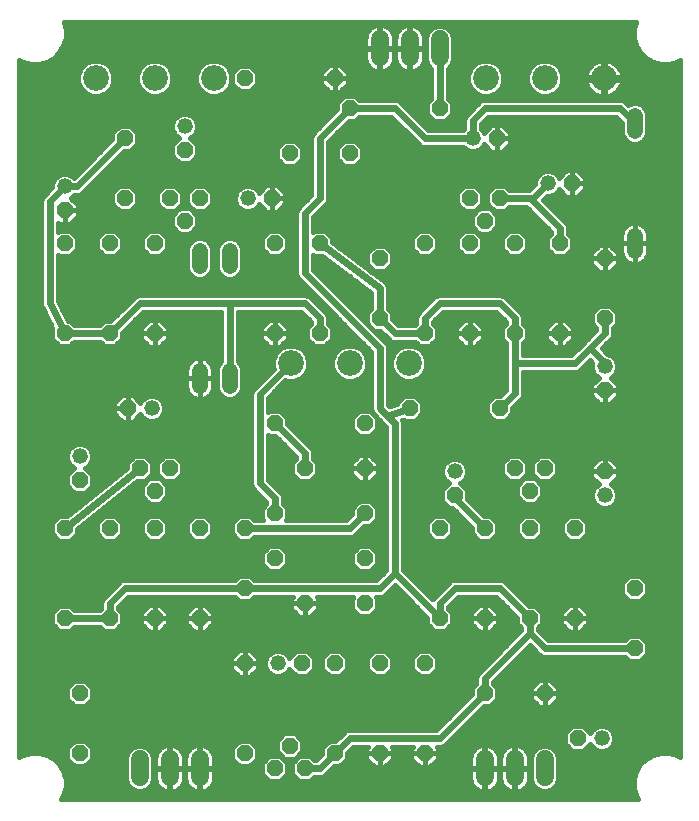
<source format=gbl>
G75*
%MOIN*%
%OFA0B0*%
%FSLAX25Y25*%
%IPPOS*%
%LPD*%
%AMOC8*
5,1,8,0,0,1.08239X$1,22.5*
%
%ADD10OC8,0.05200*%
%ADD11C,0.05200*%
%ADD12C,0.06000*%
%ADD13C,0.05200*%
%ADD14C,0.08600*%
%ADD15C,0.02400*%
%ADD16C,0.01600*%
D10*
X0031800Y0026800D03*
X0031800Y0046800D03*
X0026800Y0071800D03*
X0041800Y0071800D03*
X0056800Y0071800D03*
X0071800Y0071800D03*
X0086800Y0081800D03*
X0096800Y0091800D03*
X0086800Y0101800D03*
X0096800Y0106800D03*
X0106800Y0121800D03*
X0096800Y0136800D03*
X0096800Y0166800D03*
X0111800Y0166800D03*
X0131800Y0171800D03*
X0146800Y0166800D03*
X0161800Y0166800D03*
X0176800Y0166800D03*
X0191800Y0166800D03*
X0206800Y0171800D03*
X0206800Y0191800D03*
X0191800Y0196800D03*
X0176800Y0196800D03*
X0166800Y0204300D03*
X0161800Y0211800D03*
X0171800Y0211800D03*
X0161800Y0196800D03*
X0146800Y0196800D03*
X0131800Y0191800D03*
X0111800Y0196800D03*
X0096800Y0196800D03*
X0095800Y0211800D03*
X0101800Y0226800D03*
X0086800Y0251800D03*
X0066800Y0227800D03*
X0061800Y0211800D03*
X0066800Y0204300D03*
X0071800Y0211800D03*
X0056800Y0196800D03*
X0046800Y0211800D03*
X0041800Y0196800D03*
X0026800Y0196800D03*
X0026800Y0207800D03*
X0046800Y0231800D03*
X0041800Y0166800D03*
X0026800Y0166800D03*
X0047800Y0141800D03*
X0051800Y0121800D03*
X0056800Y0114300D03*
X0061800Y0121800D03*
X0056800Y0101800D03*
X0041800Y0101800D03*
X0031800Y0117800D03*
X0026800Y0101800D03*
X0071800Y0101800D03*
X0106800Y0076800D03*
X0105800Y0056800D03*
X0116800Y0056800D03*
X0126800Y0076800D03*
X0126800Y0091800D03*
X0126800Y0106800D03*
X0126800Y0121800D03*
X0126800Y0136800D03*
X0141800Y0141800D03*
X0156800Y0112800D03*
X0151800Y0101800D03*
X0166800Y0101800D03*
X0181800Y0101800D03*
X0181800Y0114300D03*
X0176800Y0121800D03*
X0186800Y0121800D03*
X0196800Y0101800D03*
X0206800Y0120800D03*
X0206800Y0147800D03*
X0171800Y0141800D03*
X0216800Y0081800D03*
X0216800Y0061800D03*
X0196800Y0071800D03*
X0181800Y0071800D03*
X0166800Y0071800D03*
X0151800Y0071800D03*
X0146800Y0056800D03*
X0131800Y0056800D03*
X0131800Y0026800D03*
X0146800Y0026800D03*
X0166800Y0046800D03*
X0186800Y0046800D03*
X0197800Y0031800D03*
X0116800Y0026800D03*
X0106800Y0021800D03*
X0101800Y0029300D03*
X0096800Y0021800D03*
X0086800Y0026800D03*
X0086800Y0056800D03*
X0056800Y0166800D03*
X0121800Y0226800D03*
X0121800Y0241800D03*
X0116800Y0251800D03*
X0151800Y0241800D03*
X0170800Y0231800D03*
X0195800Y0216800D03*
D11*
X0187800Y0216800D03*
X0162800Y0231800D03*
X0206800Y0155800D03*
X0206800Y0112800D03*
X0156800Y0120800D03*
X0097800Y0056800D03*
X0055800Y0141800D03*
X0031800Y0125800D03*
X0087800Y0211800D03*
X0066800Y0235800D03*
X0026800Y0215800D03*
X0205800Y0031800D03*
D12*
X0186800Y0024800D02*
X0186800Y0018800D01*
X0176800Y0018800D02*
X0176800Y0024800D01*
X0166800Y0024800D02*
X0166800Y0018800D01*
X0071800Y0018800D02*
X0071800Y0024800D01*
X0061800Y0024800D02*
X0061800Y0018800D01*
X0051800Y0018800D02*
X0051800Y0024800D01*
X0131800Y0258800D02*
X0131800Y0264800D01*
X0141800Y0264800D02*
X0141800Y0258800D01*
X0151800Y0258800D02*
X0151800Y0264800D01*
D13*
X0216800Y0239400D02*
X0216800Y0234200D01*
X0216800Y0199400D02*
X0216800Y0194200D01*
X0081800Y0194400D02*
X0081800Y0189200D01*
X0071800Y0189200D02*
X0071800Y0194400D01*
X0071800Y0154400D02*
X0071800Y0149200D01*
X0081800Y0149200D02*
X0081800Y0154400D01*
D14*
X0102115Y0156800D03*
X0121800Y0156800D03*
X0141485Y0156800D03*
X0167115Y0251800D03*
X0186800Y0251800D03*
X0206485Y0251800D03*
X0076485Y0251800D03*
X0056800Y0251800D03*
X0037115Y0251800D03*
D15*
X0046800Y0231800D02*
X0030800Y0215800D01*
X0026800Y0215800D01*
X0021800Y0210800D01*
X0021800Y0176800D01*
X0026800Y0166800D01*
X0041800Y0166800D01*
X0051800Y0176800D01*
X0081800Y0176800D01*
X0081800Y0151800D01*
X0091800Y0146485D02*
X0102115Y0156800D01*
X0111800Y0166800D02*
X0111800Y0171800D01*
X0106800Y0176800D01*
X0081800Y0176800D01*
X0091800Y0146485D02*
X0091800Y0116800D01*
X0096800Y0111800D01*
X0096800Y0106800D01*
X0086800Y0101800D02*
X0121800Y0101800D01*
X0126800Y0106800D01*
X0136800Y0086800D02*
X0131800Y0081800D01*
X0086800Y0081800D01*
X0046800Y0081800D01*
X0041800Y0076800D01*
X0041800Y0071800D01*
X0026800Y0071800D01*
X0026800Y0101800D02*
X0051800Y0121800D01*
X0096800Y0136800D02*
X0106800Y0126800D01*
X0106800Y0121800D01*
X0131800Y0141800D02*
X0134300Y0139300D01*
X0141800Y0141800D01*
X0136800Y0136800D02*
X0136800Y0086800D01*
X0151800Y0071800D01*
X0151800Y0076800D01*
X0156800Y0081800D01*
X0171800Y0081800D01*
X0181800Y0071800D01*
X0181800Y0066800D01*
X0186800Y0061800D01*
X0216800Y0061800D01*
X0181800Y0066800D02*
X0166800Y0051800D01*
X0166800Y0046800D01*
X0151800Y0031800D01*
X0121800Y0031800D01*
X0116800Y0026800D01*
X0111800Y0021800D01*
X0106800Y0021800D01*
X0166800Y0101800D02*
X0156800Y0111800D01*
X0156800Y0112800D01*
X0136800Y0136800D02*
X0134300Y0139300D01*
X0131800Y0141800D02*
X0131800Y0161800D01*
X0106800Y0186800D01*
X0106800Y0206800D01*
X0111800Y0211800D01*
X0111800Y0231800D01*
X0121800Y0241800D01*
X0136800Y0241800D01*
X0146800Y0231800D01*
X0162800Y0231800D01*
X0162800Y0237800D01*
X0166800Y0241800D01*
X0211800Y0241800D01*
X0216800Y0236800D01*
X0191800Y0201800D02*
X0181800Y0211800D01*
X0182800Y0211800D01*
X0187800Y0216800D01*
X0181800Y0211800D02*
X0171800Y0211800D01*
X0191800Y0201800D02*
X0191800Y0196800D01*
X0171800Y0176800D02*
X0176800Y0171800D01*
X0176800Y0166800D01*
X0176800Y0156800D01*
X0196800Y0156800D01*
X0201800Y0161800D01*
X0206800Y0156800D01*
X0206800Y0155800D01*
X0201800Y0161800D02*
X0206800Y0166800D01*
X0206800Y0171800D01*
X0176800Y0156800D02*
X0176800Y0146800D01*
X0171800Y0141800D01*
X0146800Y0166800D02*
X0146800Y0171800D01*
X0151800Y0176800D01*
X0171800Y0176800D01*
X0146800Y0166800D02*
X0136800Y0166800D01*
X0131800Y0171800D01*
X0131800Y0181800D01*
X0111800Y0196800D01*
X0151800Y0241800D02*
X0151800Y0261800D01*
D16*
X0011600Y0257895D02*
X0011600Y0025705D01*
X0012820Y0026409D01*
X0015442Y0027112D01*
X0018158Y0027112D01*
X0020780Y0026409D01*
X0023132Y0025051D01*
X0025051Y0023132D01*
X0026409Y0020780D01*
X0027112Y0018158D01*
X0027112Y0015442D01*
X0026409Y0012820D01*
X0025705Y0011600D01*
X0217895Y0011600D01*
X0217191Y0012820D01*
X0216488Y0015442D01*
X0216488Y0018158D01*
X0217191Y0020780D01*
X0218548Y0023132D01*
X0220468Y0025051D01*
X0222820Y0026409D01*
X0225442Y0027112D01*
X0228158Y0027112D01*
X0230780Y0026409D01*
X0231921Y0025750D01*
X0231921Y0257850D01*
X0230780Y0257191D01*
X0228158Y0256488D01*
X0225442Y0256488D01*
X0222820Y0257191D01*
X0220468Y0258548D01*
X0218548Y0260468D01*
X0217191Y0262820D01*
X0216488Y0265442D01*
X0216488Y0268158D01*
X0217170Y0270701D01*
X0026430Y0270701D01*
X0027112Y0268158D01*
X0027112Y0265442D01*
X0026409Y0262820D01*
X0025051Y0260468D01*
X0023132Y0258548D01*
X0020780Y0257191D01*
X0018158Y0256488D01*
X0015442Y0256488D01*
X0012820Y0257191D01*
X0011600Y0257895D01*
X0011600Y0257766D02*
X0011823Y0257766D01*
X0011600Y0256168D02*
X0033139Y0256168D01*
X0033773Y0256802D02*
X0032113Y0255142D01*
X0031215Y0252974D01*
X0031215Y0250626D01*
X0032113Y0248458D01*
X0033773Y0246798D01*
X0035941Y0245900D01*
X0038289Y0245900D01*
X0040457Y0246798D01*
X0042117Y0248458D01*
X0043015Y0250626D01*
X0043015Y0252974D01*
X0042117Y0255142D01*
X0040457Y0256802D01*
X0038289Y0257700D01*
X0035941Y0257700D01*
X0033773Y0256802D01*
X0031876Y0254569D02*
X0011600Y0254569D01*
X0011600Y0252971D02*
X0031215Y0252971D01*
X0031215Y0251372D02*
X0011600Y0251372D01*
X0011600Y0249774D02*
X0031568Y0249774D01*
X0032396Y0248175D02*
X0011600Y0248175D01*
X0011600Y0246577D02*
X0034308Y0246577D01*
X0039922Y0246577D02*
X0053993Y0246577D01*
X0053458Y0246798D02*
X0055626Y0245900D01*
X0057974Y0245900D01*
X0060142Y0246798D01*
X0061802Y0248458D01*
X0062700Y0250626D01*
X0062700Y0252974D01*
X0061802Y0255142D01*
X0060142Y0256802D01*
X0057974Y0257700D01*
X0055626Y0257700D01*
X0053458Y0256802D01*
X0051798Y0255142D01*
X0050900Y0252974D01*
X0050900Y0250626D01*
X0051798Y0248458D01*
X0053458Y0246798D01*
X0052081Y0248175D02*
X0041834Y0248175D01*
X0042662Y0249774D02*
X0051253Y0249774D01*
X0050900Y0251372D02*
X0043015Y0251372D01*
X0043015Y0252971D02*
X0050900Y0252971D01*
X0051561Y0254569D02*
X0042354Y0254569D01*
X0041091Y0256168D02*
X0052824Y0256168D01*
X0060776Y0256168D02*
X0072509Y0256168D01*
X0073143Y0256802D02*
X0071483Y0255142D01*
X0070585Y0252974D01*
X0070585Y0250626D01*
X0071483Y0248458D01*
X0073143Y0246798D01*
X0075311Y0245900D01*
X0077659Y0245900D01*
X0079827Y0246798D01*
X0081487Y0248458D01*
X0082385Y0250626D01*
X0082385Y0252974D01*
X0081487Y0255142D01*
X0079827Y0256802D01*
X0077659Y0257700D01*
X0075311Y0257700D01*
X0073143Y0256802D01*
X0071246Y0254569D02*
X0062039Y0254569D01*
X0062700Y0252971D02*
X0070585Y0252971D01*
X0070585Y0251372D02*
X0062700Y0251372D01*
X0062347Y0249774D02*
X0070938Y0249774D01*
X0071766Y0248175D02*
X0061519Y0248175D01*
X0059607Y0246577D02*
X0073678Y0246577D01*
X0079292Y0246577D02*
X0149000Y0246577D01*
X0149000Y0248175D02*
X0119398Y0248175D01*
X0118623Y0247400D02*
X0121200Y0249977D01*
X0121200Y0251800D01*
X0121200Y0253623D01*
X0118623Y0256200D01*
X0116800Y0256200D01*
X0116800Y0251800D01*
X0121200Y0251800D01*
X0116800Y0251800D01*
X0116800Y0251800D01*
X0116800Y0251800D01*
X0116800Y0247400D01*
X0118623Y0247400D01*
X0116800Y0247400D02*
X0116800Y0251800D01*
X0116800Y0251800D01*
X0116800Y0251800D01*
X0112400Y0251800D01*
X0112400Y0253623D01*
X0114977Y0256200D01*
X0116800Y0256200D01*
X0116800Y0251800D01*
X0112400Y0251800D01*
X0112400Y0249977D01*
X0114977Y0247400D01*
X0116800Y0247400D01*
X0116800Y0248175D02*
X0116800Y0248175D01*
X0116800Y0249774D02*
X0116800Y0249774D01*
X0116800Y0251372D02*
X0116800Y0251372D01*
X0116800Y0252971D02*
X0116800Y0252971D01*
X0116800Y0254569D02*
X0116800Y0254569D01*
X0116800Y0256168D02*
X0116800Y0256168D01*
X0118655Y0256168D02*
X0127779Y0256168D01*
X0127695Y0256284D02*
X0128139Y0255673D01*
X0128673Y0255139D01*
X0129284Y0254695D01*
X0129957Y0254352D01*
X0130676Y0254118D01*
X0131422Y0254000D01*
X0131600Y0254000D01*
X0131600Y0261600D01*
X0127000Y0261600D01*
X0127000Y0258422D01*
X0127118Y0257676D01*
X0127352Y0256957D01*
X0127695Y0256284D01*
X0127104Y0257766D02*
X0021777Y0257766D01*
X0023948Y0259365D02*
X0127000Y0259365D01*
X0127000Y0260963D02*
X0025337Y0260963D01*
X0026260Y0262562D02*
X0127000Y0262562D01*
X0127000Y0262000D02*
X0127000Y0265178D01*
X0127118Y0265924D01*
X0127352Y0266643D01*
X0127695Y0267316D01*
X0128139Y0267927D01*
X0128673Y0268461D01*
X0129284Y0268905D01*
X0129957Y0269248D01*
X0130676Y0269482D01*
X0131422Y0269600D01*
X0131600Y0269600D01*
X0131600Y0262000D01*
X0132000Y0262000D01*
X0132000Y0269600D01*
X0132178Y0269600D01*
X0132924Y0269482D01*
X0133643Y0269248D01*
X0134316Y0268905D01*
X0134927Y0268461D01*
X0135461Y0267927D01*
X0135905Y0267316D01*
X0136248Y0266643D01*
X0136482Y0265924D01*
X0136600Y0265178D01*
X0136600Y0262000D01*
X0132000Y0262000D01*
X0132000Y0261600D01*
X0136600Y0261600D01*
X0136600Y0258422D01*
X0136482Y0257676D01*
X0136248Y0256957D01*
X0135905Y0256284D01*
X0135461Y0255673D01*
X0134927Y0255139D01*
X0134316Y0254695D01*
X0133643Y0254352D01*
X0132924Y0254118D01*
X0132178Y0254000D01*
X0132000Y0254000D01*
X0132000Y0261600D01*
X0131600Y0261600D01*
X0131600Y0262000D01*
X0127000Y0262000D01*
X0127000Y0264160D02*
X0026768Y0264160D01*
X0027112Y0265759D02*
X0127092Y0265759D01*
X0127725Y0267357D02*
X0027112Y0267357D01*
X0026898Y0268956D02*
X0129383Y0268956D01*
X0131600Y0268956D02*
X0132000Y0268956D01*
X0132000Y0267357D02*
X0131600Y0267357D01*
X0131600Y0265759D02*
X0132000Y0265759D01*
X0132000Y0264160D02*
X0131600Y0264160D01*
X0131600Y0262562D02*
X0132000Y0262562D01*
X0132000Y0260963D02*
X0131600Y0260963D01*
X0131600Y0259365D02*
X0132000Y0259365D01*
X0132000Y0257766D02*
X0131600Y0257766D01*
X0131600Y0256168D02*
X0132000Y0256168D01*
X0132000Y0254569D02*
X0131600Y0254569D01*
X0129530Y0254569D02*
X0120253Y0254569D01*
X0121200Y0252971D02*
X0149000Y0252971D01*
X0149000Y0254569D02*
X0144070Y0254569D01*
X0144316Y0254695D02*
X0143643Y0254352D01*
X0142924Y0254118D01*
X0142178Y0254000D01*
X0142000Y0254000D01*
X0142000Y0261600D01*
X0142000Y0262000D01*
X0141600Y0262000D01*
X0141600Y0269600D01*
X0141422Y0269600D01*
X0140676Y0269482D01*
X0139957Y0269248D01*
X0139284Y0268905D01*
X0138673Y0268461D01*
X0138139Y0267927D01*
X0137695Y0267316D01*
X0137352Y0266643D01*
X0137118Y0265924D01*
X0137000Y0265178D01*
X0137000Y0262000D01*
X0141600Y0262000D01*
X0141600Y0261600D01*
X0137000Y0261600D01*
X0137000Y0258422D01*
X0137118Y0257676D01*
X0137352Y0256957D01*
X0137695Y0256284D01*
X0138139Y0255673D01*
X0138673Y0255139D01*
X0139284Y0254695D01*
X0139957Y0254352D01*
X0140676Y0254118D01*
X0141422Y0254000D01*
X0141600Y0254000D01*
X0141600Y0261600D01*
X0142000Y0261600D01*
X0146600Y0261600D01*
X0146600Y0258422D01*
X0146482Y0257676D01*
X0146248Y0256957D01*
X0145905Y0256284D01*
X0145461Y0255673D01*
X0144927Y0255139D01*
X0144316Y0254695D01*
X0145821Y0256168D02*
X0147927Y0256168D01*
X0147900Y0256194D02*
X0149000Y0255095D01*
X0149000Y0244940D01*
X0147600Y0243540D01*
X0147600Y0240060D01*
X0150060Y0237600D01*
X0153540Y0237600D01*
X0156000Y0240060D01*
X0156000Y0243540D01*
X0154600Y0244940D01*
X0154600Y0255095D01*
X0155700Y0256194D01*
X0156400Y0257885D01*
X0156400Y0265715D01*
X0155700Y0267406D01*
X0154406Y0268700D01*
X0152715Y0269400D01*
X0150885Y0269400D01*
X0149194Y0268700D01*
X0147900Y0267406D01*
X0147200Y0265715D01*
X0147200Y0257885D01*
X0147900Y0256194D01*
X0147249Y0257766D02*
X0146496Y0257766D01*
X0146600Y0259365D02*
X0147200Y0259365D01*
X0147200Y0260963D02*
X0146600Y0260963D01*
X0146600Y0262000D02*
X0146600Y0265178D01*
X0146482Y0265924D01*
X0146248Y0266643D01*
X0145905Y0267316D01*
X0145461Y0267927D01*
X0144927Y0268461D01*
X0144316Y0268905D01*
X0143643Y0269248D01*
X0142924Y0269482D01*
X0142178Y0269600D01*
X0142000Y0269600D01*
X0142000Y0262000D01*
X0146600Y0262000D01*
X0146600Y0262562D02*
X0147200Y0262562D01*
X0147200Y0264160D02*
X0146600Y0264160D01*
X0146508Y0265759D02*
X0147218Y0265759D01*
X0147880Y0267357D02*
X0145875Y0267357D01*
X0144217Y0268956D02*
X0149813Y0268956D01*
X0153787Y0268956D02*
X0216702Y0268956D01*
X0216488Y0267357D02*
X0155720Y0267357D01*
X0156382Y0265759D02*
X0216488Y0265759D01*
X0216832Y0264160D02*
X0156400Y0264160D01*
X0156400Y0262562D02*
X0217340Y0262562D01*
X0218263Y0260963D02*
X0156400Y0260963D01*
X0156400Y0259365D02*
X0219652Y0259365D01*
X0221823Y0257766D02*
X0207809Y0257766D01*
X0207913Y0257750D02*
X0206965Y0257900D01*
X0206866Y0257900D01*
X0206866Y0252181D01*
X0206104Y0252181D01*
X0206104Y0251419D01*
X0200385Y0251419D01*
X0200385Y0251320D01*
X0200535Y0250372D01*
X0200832Y0249458D01*
X0201268Y0248603D01*
X0201832Y0247826D01*
X0202511Y0247147D01*
X0203288Y0246583D01*
X0204143Y0246147D01*
X0205057Y0245850D01*
X0206005Y0245700D01*
X0206104Y0245700D01*
X0206104Y0251419D01*
X0206866Y0251419D01*
X0206866Y0245700D01*
X0206965Y0245700D01*
X0207913Y0245850D01*
X0208827Y0246147D01*
X0209682Y0246583D01*
X0210459Y0247147D01*
X0211138Y0247826D01*
X0211702Y0248603D01*
X0212138Y0249458D01*
X0212435Y0250372D01*
X0212585Y0251320D01*
X0212585Y0251419D01*
X0206866Y0251419D01*
X0206866Y0252181D01*
X0212585Y0252181D01*
X0212585Y0252280D01*
X0212435Y0253228D01*
X0212138Y0254142D01*
X0211702Y0254997D01*
X0211138Y0255774D01*
X0210459Y0256453D01*
X0209682Y0257017D01*
X0208827Y0257453D01*
X0207913Y0257750D01*
X0206866Y0257766D02*
X0206104Y0257766D01*
X0206104Y0257900D02*
X0206005Y0257900D01*
X0205057Y0257750D01*
X0204143Y0257453D01*
X0203288Y0257017D01*
X0202511Y0256453D01*
X0201832Y0255774D01*
X0201268Y0254997D01*
X0200832Y0254142D01*
X0200535Y0253228D01*
X0200385Y0252280D01*
X0200385Y0252181D01*
X0206104Y0252181D01*
X0206104Y0257900D01*
X0205161Y0257766D02*
X0156351Y0257766D01*
X0155673Y0256168D02*
X0163139Y0256168D01*
X0163773Y0256802D02*
X0162113Y0255142D01*
X0161215Y0252974D01*
X0161215Y0250626D01*
X0162113Y0248458D01*
X0163773Y0246798D01*
X0165941Y0245900D01*
X0168289Y0245900D01*
X0170457Y0246798D01*
X0172117Y0248458D01*
X0173015Y0250626D01*
X0173015Y0252974D01*
X0172117Y0255142D01*
X0170457Y0256802D01*
X0168289Y0257700D01*
X0165941Y0257700D01*
X0163773Y0256802D01*
X0161876Y0254569D02*
X0154600Y0254569D01*
X0154600Y0252971D02*
X0161215Y0252971D01*
X0161215Y0251372D02*
X0154600Y0251372D01*
X0154600Y0249774D02*
X0161568Y0249774D01*
X0162396Y0248175D02*
X0154600Y0248175D01*
X0154600Y0246577D02*
X0164308Y0246577D01*
X0165214Y0244174D02*
X0160426Y0239386D01*
X0160000Y0238357D01*
X0160000Y0234940D01*
X0159660Y0234600D01*
X0147960Y0234600D01*
X0138386Y0244174D01*
X0137357Y0244600D01*
X0124940Y0244600D01*
X0123540Y0246000D01*
X0120060Y0246000D01*
X0117600Y0243540D01*
X0117600Y0241560D01*
X0110214Y0234174D01*
X0109426Y0233386D01*
X0109000Y0232357D01*
X0109000Y0212960D01*
X0105214Y0209174D01*
X0104426Y0208386D01*
X0104000Y0207357D01*
X0104000Y0186243D01*
X0104426Y0185214D01*
X0129000Y0160640D01*
X0129000Y0141243D01*
X0129426Y0140214D01*
X0131926Y0137714D01*
X0132250Y0137390D01*
X0132550Y0137045D01*
X0132641Y0136999D01*
X0134000Y0135640D01*
X0134000Y0087960D01*
X0130640Y0084600D01*
X0089940Y0084600D01*
X0088540Y0086000D01*
X0085060Y0086000D01*
X0083660Y0084600D01*
X0046243Y0084600D01*
X0045214Y0084174D01*
X0044426Y0083386D01*
X0039426Y0078386D01*
X0039000Y0077357D01*
X0039000Y0074940D01*
X0038660Y0074600D01*
X0029940Y0074600D01*
X0028540Y0076000D01*
X0025060Y0076000D01*
X0022600Y0073540D01*
X0022600Y0070060D01*
X0025060Y0067600D01*
X0028540Y0067600D01*
X0029940Y0069000D01*
X0038660Y0069000D01*
X0040060Y0067600D01*
X0043540Y0067600D01*
X0046000Y0070060D01*
X0046000Y0073540D01*
X0044600Y0074940D01*
X0044600Y0075640D01*
X0047960Y0079000D01*
X0083660Y0079000D01*
X0085060Y0077600D01*
X0088540Y0077600D01*
X0089940Y0079000D01*
X0102777Y0079000D01*
X0102400Y0078623D01*
X0102400Y0076800D01*
X0106800Y0076800D01*
X0111200Y0076800D01*
X0111200Y0078623D01*
X0110823Y0079000D01*
X0123060Y0079000D01*
X0122600Y0078540D01*
X0122600Y0075060D01*
X0125060Y0072600D01*
X0128540Y0072600D01*
X0131000Y0075060D01*
X0131000Y0078540D01*
X0130540Y0079000D01*
X0132357Y0079000D01*
X0133386Y0079426D01*
X0134174Y0080214D01*
X0136800Y0082840D01*
X0147600Y0072040D01*
X0147600Y0070060D01*
X0150060Y0067600D01*
X0153540Y0067600D01*
X0156000Y0070060D01*
X0156000Y0073540D01*
X0154600Y0074940D01*
X0154600Y0075640D01*
X0157960Y0079000D01*
X0170640Y0079000D01*
X0177600Y0072040D01*
X0177600Y0070060D01*
X0179000Y0068660D01*
X0179000Y0067960D01*
X0164426Y0053386D01*
X0164000Y0052357D01*
X0164000Y0049940D01*
X0162600Y0048540D01*
X0162600Y0046560D01*
X0150640Y0034600D01*
X0121243Y0034600D01*
X0120214Y0034174D01*
X0119426Y0033386D01*
X0117040Y0031000D01*
X0115060Y0031000D01*
X0112600Y0028540D01*
X0112600Y0026560D01*
X0110640Y0024600D01*
X0109940Y0024600D01*
X0108540Y0026000D01*
X0105060Y0026000D01*
X0102600Y0023540D01*
X0102600Y0020060D01*
X0105060Y0017600D01*
X0108540Y0017600D01*
X0109940Y0019000D01*
X0112357Y0019000D01*
X0113386Y0019426D01*
X0116560Y0022600D01*
X0118540Y0022600D01*
X0121000Y0025060D01*
X0121000Y0027040D01*
X0122960Y0029000D01*
X0127777Y0029000D01*
X0127400Y0028623D01*
X0127400Y0026800D01*
X0131800Y0026800D01*
X0136200Y0026800D01*
X0136200Y0028623D01*
X0135823Y0029000D01*
X0142777Y0029000D01*
X0142400Y0028623D01*
X0142400Y0026800D01*
X0146800Y0026800D01*
X0151200Y0026800D01*
X0151200Y0028623D01*
X0150823Y0029000D01*
X0152357Y0029000D01*
X0153386Y0029426D01*
X0166560Y0042600D01*
X0168540Y0042600D01*
X0171000Y0045060D01*
X0171000Y0048540D01*
X0169600Y0049940D01*
X0169600Y0050640D01*
X0181800Y0062840D01*
X0185214Y0059426D01*
X0186243Y0059000D01*
X0213660Y0059000D01*
X0215060Y0057600D01*
X0218540Y0057600D01*
X0221000Y0060060D01*
X0221000Y0063540D01*
X0218540Y0066000D01*
X0215060Y0066000D01*
X0213660Y0064600D01*
X0187960Y0064600D01*
X0184600Y0067960D01*
X0184600Y0068660D01*
X0186000Y0070060D01*
X0186000Y0073540D01*
X0183540Y0076000D01*
X0181560Y0076000D01*
X0173386Y0084174D01*
X0172357Y0084600D01*
X0156243Y0084600D01*
X0155214Y0084174D01*
X0154426Y0083386D01*
X0149426Y0078386D01*
X0149352Y0078207D01*
X0139600Y0087960D01*
X0139600Y0137357D01*
X0139324Y0138023D01*
X0139559Y0138101D01*
X0140060Y0137600D01*
X0143540Y0137600D01*
X0146000Y0140060D01*
X0146000Y0143540D01*
X0143540Y0146000D01*
X0140060Y0146000D01*
X0137600Y0143540D01*
X0137600Y0143351D01*
X0135056Y0142504D01*
X0134600Y0142960D01*
X0134600Y0162357D01*
X0134174Y0163386D01*
X0133386Y0164174D01*
X0109600Y0187960D01*
X0109600Y0193060D01*
X0110060Y0192600D01*
X0112733Y0192600D01*
X0129000Y0180400D01*
X0129000Y0174940D01*
X0127600Y0173540D01*
X0127600Y0170060D01*
X0130060Y0167600D01*
X0132040Y0167600D01*
X0134426Y0165214D01*
X0135214Y0164426D01*
X0136243Y0164000D01*
X0143660Y0164000D01*
X0145060Y0162600D01*
X0148540Y0162600D01*
X0151000Y0165060D01*
X0151000Y0168540D01*
X0149600Y0169940D01*
X0149600Y0170640D01*
X0152960Y0174000D01*
X0170640Y0174000D01*
X0174000Y0170640D01*
X0174000Y0169940D01*
X0172600Y0168540D01*
X0172600Y0165060D01*
X0174000Y0163660D01*
X0174000Y0147960D01*
X0172040Y0146000D01*
X0170060Y0146000D01*
X0167600Y0143540D01*
X0167600Y0140060D01*
X0170060Y0137600D01*
X0173540Y0137600D01*
X0176000Y0140060D01*
X0176000Y0142040D01*
X0179174Y0145214D01*
X0179600Y0146243D01*
X0179600Y0154000D01*
X0197357Y0154000D01*
X0198386Y0154426D01*
X0199174Y0155214D01*
X0201800Y0157840D01*
X0202719Y0156922D01*
X0202600Y0156635D01*
X0202600Y0154965D01*
X0203239Y0153421D01*
X0204421Y0152239D01*
X0204842Y0152065D01*
X0202400Y0149623D01*
X0202400Y0147800D01*
X0206800Y0147800D01*
X0211200Y0147800D01*
X0211200Y0149623D01*
X0208758Y0152065D01*
X0209179Y0152239D01*
X0210361Y0153421D01*
X0211000Y0154965D01*
X0211000Y0156635D01*
X0210361Y0158179D01*
X0209179Y0159361D01*
X0207635Y0160000D01*
X0207560Y0160000D01*
X0205760Y0161800D01*
X0209174Y0165214D01*
X0209600Y0166243D01*
X0209600Y0168660D01*
X0211000Y0170060D01*
X0211000Y0173540D01*
X0208540Y0176000D01*
X0205060Y0176000D01*
X0202600Y0173540D01*
X0202600Y0170060D01*
X0204000Y0168660D01*
X0204000Y0167960D01*
X0200214Y0164174D01*
X0199426Y0163386D01*
X0195640Y0159600D01*
X0179600Y0159600D01*
X0179600Y0163660D01*
X0181000Y0165060D01*
X0181000Y0168540D01*
X0179600Y0169940D01*
X0179600Y0172357D01*
X0179174Y0173386D01*
X0174174Y0178386D01*
X0173386Y0179174D01*
X0172357Y0179600D01*
X0151243Y0179600D01*
X0150214Y0179174D01*
X0145214Y0174174D01*
X0144426Y0173386D01*
X0144000Y0172357D01*
X0144000Y0169940D01*
X0143660Y0169600D01*
X0137960Y0169600D01*
X0136000Y0171560D01*
X0136000Y0173540D01*
X0134600Y0174940D01*
X0134600Y0181447D01*
X0134651Y0181645D01*
X0134600Y0181999D01*
X0134600Y0182357D01*
X0134522Y0182545D01*
X0134493Y0182747D01*
X0134311Y0183055D01*
X0134174Y0183386D01*
X0134029Y0183530D01*
X0133926Y0183706D01*
X0133639Y0183921D01*
X0133386Y0184174D01*
X0133198Y0184252D01*
X0116000Y0197150D01*
X0116000Y0198540D01*
X0113540Y0201000D01*
X0110060Y0201000D01*
X0109600Y0200540D01*
X0109600Y0205640D01*
X0114174Y0210214D01*
X0114600Y0211243D01*
X0114600Y0230640D01*
X0121560Y0237600D01*
X0123540Y0237600D01*
X0124940Y0239000D01*
X0135640Y0239000D01*
X0144426Y0230214D01*
X0145214Y0229426D01*
X0146243Y0229000D01*
X0159660Y0229000D01*
X0160421Y0228239D01*
X0161965Y0227600D01*
X0163635Y0227600D01*
X0165179Y0228239D01*
X0166361Y0229421D01*
X0166535Y0229842D01*
X0168977Y0227400D01*
X0170800Y0227400D01*
X0172623Y0227400D01*
X0175200Y0229977D01*
X0175200Y0231800D01*
X0175200Y0233623D01*
X0172623Y0236200D01*
X0170800Y0236200D01*
X0170800Y0231800D01*
X0170800Y0231800D01*
X0175200Y0231800D01*
X0170800Y0231800D01*
X0170800Y0231800D01*
X0170800Y0236200D01*
X0168977Y0236200D01*
X0166535Y0233758D01*
X0166361Y0234179D01*
X0165600Y0234940D01*
X0165600Y0236640D01*
X0167960Y0239000D01*
X0210640Y0239000D01*
X0212600Y0237040D01*
X0212600Y0233365D01*
X0213239Y0231821D01*
X0214421Y0230639D01*
X0215965Y0230000D01*
X0217635Y0230000D01*
X0219179Y0230639D01*
X0220361Y0231821D01*
X0221000Y0233365D01*
X0221000Y0240235D01*
X0220361Y0241779D01*
X0219179Y0242961D01*
X0217635Y0243600D01*
X0215965Y0243600D01*
X0214547Y0243013D01*
X0214174Y0243386D01*
X0213386Y0244174D01*
X0212357Y0244600D01*
X0166243Y0244600D01*
X0165214Y0244174D01*
X0164420Y0243380D02*
X0156000Y0243380D01*
X0156000Y0241781D02*
X0162821Y0241781D01*
X0161223Y0240183D02*
X0156000Y0240183D01*
X0154524Y0238584D02*
X0160094Y0238584D01*
X0160000Y0236986D02*
X0145574Y0236986D01*
X0143976Y0238584D02*
X0149076Y0238584D01*
X0147600Y0240183D02*
X0142377Y0240183D01*
X0140779Y0241781D02*
X0147600Y0241781D01*
X0147600Y0243380D02*
X0139180Y0243380D01*
X0136056Y0238584D02*
X0124524Y0238584D01*
X0120945Y0236986D02*
X0137655Y0236986D01*
X0139253Y0235387D02*
X0119347Y0235387D01*
X0117748Y0233789D02*
X0140852Y0233789D01*
X0142450Y0232190D02*
X0116150Y0232190D01*
X0114600Y0230592D02*
X0119652Y0230592D01*
X0120060Y0231000D02*
X0117600Y0228540D01*
X0117600Y0225060D01*
X0120060Y0222600D01*
X0123540Y0222600D01*
X0126000Y0225060D01*
X0126000Y0228540D01*
X0123540Y0231000D01*
X0120060Y0231000D01*
X0118053Y0228993D02*
X0114600Y0228993D01*
X0114600Y0227395D02*
X0117600Y0227395D01*
X0117600Y0225796D02*
X0114600Y0225796D01*
X0114600Y0224198D02*
X0118463Y0224198D01*
X0114600Y0222599D02*
X0231921Y0222599D01*
X0231921Y0221001D02*
X0197822Y0221001D01*
X0197623Y0221200D02*
X0195800Y0221200D01*
X0195800Y0216800D01*
X0200200Y0216800D01*
X0200200Y0218623D01*
X0197623Y0221200D01*
X0195800Y0221200D02*
X0193977Y0221200D01*
X0191535Y0218758D01*
X0191361Y0219179D01*
X0190179Y0220361D01*
X0188635Y0221000D01*
X0186965Y0221000D01*
X0185421Y0220361D01*
X0184239Y0219179D01*
X0183600Y0217635D01*
X0183600Y0216560D01*
X0181640Y0214600D01*
X0174940Y0214600D01*
X0173540Y0216000D01*
X0170060Y0216000D01*
X0167600Y0213540D01*
X0167600Y0210060D01*
X0170060Y0207600D01*
X0173540Y0207600D01*
X0174940Y0209000D01*
X0180640Y0209000D01*
X0189000Y0200640D01*
X0189000Y0199940D01*
X0187600Y0198540D01*
X0187600Y0195060D01*
X0190060Y0192600D01*
X0193540Y0192600D01*
X0196000Y0195060D01*
X0196000Y0198540D01*
X0194600Y0199940D01*
X0194600Y0202357D01*
X0194174Y0203386D01*
X0193386Y0204174D01*
X0186260Y0211300D01*
X0187560Y0212600D01*
X0188635Y0212600D01*
X0190179Y0213239D01*
X0191361Y0214421D01*
X0191535Y0214842D01*
X0193977Y0212400D01*
X0195800Y0212400D01*
X0197623Y0212400D01*
X0200200Y0214977D01*
X0200200Y0216800D01*
X0195800Y0216800D01*
X0195800Y0216800D01*
X0195800Y0216800D01*
X0195800Y0212400D01*
X0195800Y0216800D01*
X0195800Y0216800D01*
X0195800Y0221200D01*
X0195800Y0221001D02*
X0195800Y0221001D01*
X0195800Y0219402D02*
X0195800Y0219402D01*
X0195800Y0217803D02*
X0195800Y0217803D01*
X0195800Y0216205D02*
X0195800Y0216205D01*
X0195800Y0214606D02*
X0195800Y0214606D01*
X0195800Y0213008D02*
X0195800Y0213008D01*
X0198230Y0213008D02*
X0231921Y0213008D01*
X0231921Y0214606D02*
X0199829Y0214606D01*
X0200200Y0216205D02*
X0231921Y0216205D01*
X0231921Y0217803D02*
X0200200Y0217803D01*
X0199421Y0219402D02*
X0231921Y0219402D01*
X0231921Y0224198D02*
X0125137Y0224198D01*
X0126000Y0225796D02*
X0231921Y0225796D01*
X0231921Y0227395D02*
X0126000Y0227395D01*
X0125547Y0228993D02*
X0159667Y0228993D01*
X0165933Y0228993D02*
X0167384Y0228993D01*
X0170800Y0228993D02*
X0170800Y0228993D01*
X0170800Y0227400D02*
X0170800Y0231800D01*
X0170800Y0227400D01*
X0170800Y0230592D02*
X0170800Y0230592D01*
X0170800Y0231800D02*
X0170800Y0231800D01*
X0170800Y0232190D02*
X0170800Y0232190D01*
X0170800Y0233789D02*
X0170800Y0233789D01*
X0170800Y0235387D02*
X0170800Y0235387D01*
X0168165Y0235387D02*
X0165600Y0235387D01*
X0165945Y0236986D02*
X0212600Y0236986D01*
X0212600Y0235387D02*
X0173435Y0235387D01*
X0175034Y0233789D02*
X0212600Y0233789D01*
X0213086Y0232190D02*
X0175200Y0232190D01*
X0175200Y0230592D02*
X0214536Y0230592D01*
X0219064Y0230592D02*
X0231921Y0230592D01*
X0231921Y0232190D02*
X0220514Y0232190D01*
X0221000Y0233789D02*
X0231921Y0233789D01*
X0231921Y0235387D02*
X0221000Y0235387D01*
X0221000Y0236986D02*
X0231921Y0236986D01*
X0231921Y0238584D02*
X0221000Y0238584D01*
X0221000Y0240183D02*
X0231921Y0240183D01*
X0231921Y0241781D02*
X0220359Y0241781D01*
X0218167Y0243380D02*
X0231921Y0243380D01*
X0231921Y0244978D02*
X0154600Y0244978D01*
X0149000Y0244978D02*
X0124561Y0244978D01*
X0120996Y0249774D02*
X0149000Y0249774D01*
X0149000Y0251372D02*
X0121200Y0251372D01*
X0119038Y0244978D02*
X0011600Y0244978D01*
X0011600Y0243380D02*
X0117600Y0243380D01*
X0117600Y0241781D02*
X0011600Y0241781D01*
X0011600Y0240183D02*
X0116223Y0240183D01*
X0114624Y0238584D02*
X0069956Y0238584D01*
X0070361Y0238179D02*
X0069179Y0239361D01*
X0067635Y0240000D01*
X0065965Y0240000D01*
X0064421Y0239361D01*
X0063239Y0238179D01*
X0062600Y0236635D01*
X0062600Y0234965D01*
X0063239Y0233421D01*
X0064421Y0232239D01*
X0065042Y0231982D01*
X0062600Y0229540D01*
X0062600Y0226060D01*
X0065060Y0223600D01*
X0068540Y0223600D01*
X0071000Y0226060D01*
X0071000Y0229540D01*
X0068558Y0231982D01*
X0069179Y0232239D01*
X0070361Y0233421D01*
X0071000Y0234965D01*
X0071000Y0236635D01*
X0070361Y0238179D01*
X0070855Y0236986D02*
X0113026Y0236986D01*
X0111427Y0235387D02*
X0071000Y0235387D01*
X0070513Y0233789D02*
X0109829Y0233789D01*
X0109000Y0232190D02*
X0069060Y0232190D01*
X0069948Y0230592D02*
X0099652Y0230592D01*
X0100060Y0231000D02*
X0097600Y0228540D01*
X0097600Y0225060D01*
X0100060Y0222600D01*
X0103540Y0222600D01*
X0106000Y0225060D01*
X0106000Y0228540D01*
X0103540Y0231000D01*
X0100060Y0231000D01*
X0098053Y0228993D02*
X0071000Y0228993D01*
X0071000Y0227395D02*
X0097600Y0227395D01*
X0097600Y0225796D02*
X0070736Y0225796D01*
X0069137Y0224198D02*
X0098463Y0224198D01*
X0103948Y0230592D02*
X0109000Y0230592D01*
X0109000Y0228993D02*
X0105547Y0228993D01*
X0106000Y0227395D02*
X0109000Y0227395D01*
X0109000Y0225796D02*
X0106000Y0225796D01*
X0105137Y0224198D02*
X0109000Y0224198D01*
X0109000Y0222599D02*
X0041559Y0222599D01*
X0043157Y0224198D02*
X0064463Y0224198D01*
X0062864Y0225796D02*
X0044756Y0225796D01*
X0046354Y0227395D02*
X0062600Y0227395D01*
X0062600Y0228993D02*
X0049933Y0228993D01*
X0051000Y0230060D02*
X0051000Y0233540D01*
X0048540Y0236000D01*
X0045060Y0236000D01*
X0042600Y0233540D01*
X0042600Y0231560D01*
X0029790Y0218750D01*
X0029179Y0219361D01*
X0027635Y0220000D01*
X0025965Y0220000D01*
X0024421Y0219361D01*
X0023239Y0218179D01*
X0022600Y0216635D01*
X0022600Y0215560D01*
X0019426Y0212386D01*
X0019000Y0211357D01*
X0019000Y0177254D01*
X0018968Y0177157D01*
X0019000Y0176701D01*
X0019000Y0176243D01*
X0019039Y0176148D01*
X0019047Y0176046D01*
X0019251Y0175637D01*
X0019426Y0175214D01*
X0019499Y0175141D01*
X0022733Y0168673D01*
X0022600Y0168540D01*
X0022600Y0165060D01*
X0025060Y0162600D01*
X0028540Y0162600D01*
X0029940Y0164000D01*
X0038660Y0164000D01*
X0040060Y0162600D01*
X0043540Y0162600D01*
X0046000Y0165060D01*
X0046000Y0167040D01*
X0052960Y0174000D01*
X0079000Y0174000D01*
X0079000Y0157540D01*
X0078239Y0156779D01*
X0077600Y0155235D01*
X0077600Y0148365D01*
X0078239Y0146821D01*
X0079421Y0145639D01*
X0080965Y0145000D01*
X0082635Y0145000D01*
X0084179Y0145639D01*
X0085361Y0146821D01*
X0086000Y0148365D01*
X0086000Y0155235D01*
X0085361Y0156779D01*
X0084600Y0157540D01*
X0084600Y0174000D01*
X0105640Y0174000D01*
X0109000Y0170640D01*
X0109000Y0169940D01*
X0107600Y0168540D01*
X0107600Y0165060D01*
X0110060Y0162600D01*
X0113540Y0162600D01*
X0116000Y0165060D01*
X0116000Y0168540D01*
X0114600Y0169940D01*
X0114600Y0172357D01*
X0114174Y0173386D01*
X0113386Y0174174D01*
X0108386Y0179174D01*
X0107357Y0179600D01*
X0051243Y0179600D01*
X0050214Y0179174D01*
X0049426Y0178386D01*
X0042040Y0171000D01*
X0040060Y0171000D01*
X0038660Y0169600D01*
X0029940Y0169600D01*
X0028540Y0171000D01*
X0027830Y0171000D01*
X0024600Y0177461D01*
X0024600Y0193060D01*
X0025060Y0192600D01*
X0028540Y0192600D01*
X0031000Y0195060D01*
X0031000Y0198540D01*
X0028540Y0201000D01*
X0025060Y0201000D01*
X0024600Y0200540D01*
X0024600Y0203777D01*
X0024977Y0203400D01*
X0026800Y0203400D01*
X0028623Y0203400D01*
X0031200Y0205977D01*
X0031200Y0207800D01*
X0031200Y0209623D01*
X0028758Y0212065D01*
X0029179Y0212239D01*
X0029940Y0213000D01*
X0031357Y0213000D01*
X0032386Y0213426D01*
X0046560Y0227600D01*
X0048540Y0227600D01*
X0051000Y0230060D01*
X0051000Y0230592D02*
X0063652Y0230592D01*
X0064540Y0232190D02*
X0051000Y0232190D01*
X0050751Y0233789D02*
X0063087Y0233789D01*
X0062600Y0235387D02*
X0049153Y0235387D01*
X0044447Y0235387D02*
X0011600Y0235387D01*
X0011600Y0233789D02*
X0042849Y0233789D01*
X0042600Y0232190D02*
X0011600Y0232190D01*
X0011600Y0230592D02*
X0041632Y0230592D01*
X0040033Y0228993D02*
X0011600Y0228993D01*
X0011600Y0227395D02*
X0038435Y0227395D01*
X0036836Y0225796D02*
X0011600Y0225796D01*
X0011600Y0224198D02*
X0035238Y0224198D01*
X0033639Y0222599D02*
X0011600Y0222599D01*
X0011600Y0221001D02*
X0032041Y0221001D01*
X0030442Y0219402D02*
X0029079Y0219402D01*
X0024521Y0219402D02*
X0011600Y0219402D01*
X0011600Y0217803D02*
X0023084Y0217803D01*
X0022600Y0216205D02*
X0011600Y0216205D01*
X0011600Y0214606D02*
X0021647Y0214606D01*
X0020048Y0213008D02*
X0011600Y0213008D01*
X0011600Y0211409D02*
X0019022Y0211409D01*
X0019000Y0209811D02*
X0011600Y0209811D01*
X0011600Y0208212D02*
X0019000Y0208212D01*
X0019000Y0206614D02*
X0011600Y0206614D01*
X0011600Y0205015D02*
X0019000Y0205015D01*
X0019000Y0203417D02*
X0011600Y0203417D01*
X0011600Y0201818D02*
X0019000Y0201818D01*
X0019000Y0200220D02*
X0011600Y0200220D01*
X0011600Y0198621D02*
X0019000Y0198621D01*
X0019000Y0197023D02*
X0011600Y0197023D01*
X0011600Y0195424D02*
X0019000Y0195424D01*
X0019000Y0193826D02*
X0011600Y0193826D01*
X0011600Y0192227D02*
X0019000Y0192227D01*
X0019000Y0190629D02*
X0011600Y0190629D01*
X0011600Y0189030D02*
X0019000Y0189030D01*
X0019000Y0187432D02*
X0011600Y0187432D01*
X0011600Y0185833D02*
X0019000Y0185833D01*
X0019000Y0184235D02*
X0011600Y0184235D01*
X0011600Y0182636D02*
X0019000Y0182636D01*
X0019000Y0181038D02*
X0011600Y0181038D01*
X0011600Y0179439D02*
X0019000Y0179439D01*
X0019000Y0177841D02*
X0011600Y0177841D01*
X0011600Y0176242D02*
X0019000Y0176242D01*
X0019748Y0174644D02*
X0011600Y0174644D01*
X0011600Y0173045D02*
X0020547Y0173045D01*
X0021346Y0171447D02*
X0011600Y0171447D01*
X0011600Y0169848D02*
X0022145Y0169848D01*
X0022600Y0168250D02*
X0011600Y0168250D01*
X0011600Y0166651D02*
X0022600Y0166651D01*
X0022608Y0165053D02*
X0011600Y0165053D01*
X0011600Y0163454D02*
X0024206Y0163454D01*
X0029394Y0163454D02*
X0039206Y0163454D01*
X0044394Y0163454D02*
X0053923Y0163454D01*
X0054977Y0162400D02*
X0052400Y0164977D01*
X0052400Y0166800D01*
X0056800Y0166800D01*
X0056800Y0166800D01*
X0056800Y0171200D01*
X0058623Y0171200D01*
X0061200Y0168623D01*
X0061200Y0166800D01*
X0056800Y0166800D01*
X0056800Y0166800D01*
X0056800Y0166800D01*
X0056800Y0171200D01*
X0054977Y0171200D01*
X0052400Y0168623D01*
X0052400Y0166800D01*
X0056800Y0166800D01*
X0061200Y0166800D01*
X0061200Y0164977D01*
X0058623Y0162400D01*
X0056800Y0162400D01*
X0056800Y0166800D01*
X0056800Y0166800D01*
X0056800Y0162400D01*
X0054977Y0162400D01*
X0056800Y0163454D02*
X0056800Y0163454D01*
X0056800Y0165053D02*
X0056800Y0165053D01*
X0056800Y0166651D02*
X0056800Y0166651D01*
X0056800Y0168250D02*
X0056800Y0168250D01*
X0056800Y0169848D02*
X0056800Y0169848D01*
X0053626Y0169848D02*
X0048808Y0169848D01*
X0047209Y0168250D02*
X0052400Y0168250D01*
X0052400Y0166651D02*
X0046000Y0166651D01*
X0045992Y0165053D02*
X0052400Y0165053D01*
X0050406Y0171447D02*
X0079000Y0171447D01*
X0079000Y0173045D02*
X0052005Y0173045D01*
X0047282Y0176242D02*
X0025209Y0176242D01*
X0024600Y0177841D02*
X0048881Y0177841D01*
X0050855Y0179439D02*
X0024600Y0179439D01*
X0024600Y0181038D02*
X0108602Y0181038D01*
X0107745Y0179439D02*
X0110201Y0179439D01*
X0109719Y0177841D02*
X0111799Y0177841D01*
X0111318Y0176242D02*
X0113398Y0176242D01*
X0112916Y0174644D02*
X0114997Y0174644D01*
X0114315Y0173045D02*
X0116595Y0173045D01*
X0118194Y0171447D02*
X0114600Y0171447D01*
X0114692Y0169848D02*
X0119792Y0169848D01*
X0121391Y0168250D02*
X0116000Y0168250D01*
X0116000Y0166651D02*
X0122989Y0166651D01*
X0124588Y0165053D02*
X0115992Y0165053D01*
X0114394Y0163454D02*
X0126186Y0163454D01*
X0125142Y0161802D02*
X0122974Y0162700D01*
X0120626Y0162700D01*
X0118458Y0161802D01*
X0116798Y0160142D01*
X0115900Y0157974D01*
X0115900Y0155626D01*
X0116798Y0153458D01*
X0118458Y0151798D01*
X0120626Y0150900D01*
X0122974Y0150900D01*
X0125142Y0151798D01*
X0126802Y0153458D01*
X0127700Y0155626D01*
X0127700Y0157974D01*
X0126802Y0160142D01*
X0125142Y0161802D01*
X0125012Y0161856D02*
X0127785Y0161856D01*
X0126687Y0160257D02*
X0129000Y0160257D01*
X0129000Y0158659D02*
X0127416Y0158659D01*
X0127700Y0157060D02*
X0129000Y0157060D01*
X0129000Y0155462D02*
X0127632Y0155462D01*
X0126970Y0153863D02*
X0129000Y0153863D01*
X0129000Y0152265D02*
X0125608Y0152265D01*
X0129000Y0150666D02*
X0099941Y0150666D01*
X0100399Y0151125D02*
X0100941Y0150900D01*
X0103289Y0150900D01*
X0105457Y0151798D01*
X0107117Y0153458D01*
X0108015Y0155626D01*
X0108015Y0157974D01*
X0107117Y0160142D01*
X0105457Y0161802D01*
X0103289Y0162700D01*
X0100941Y0162700D01*
X0098773Y0161802D01*
X0097113Y0160142D01*
X0096215Y0157974D01*
X0096215Y0155626D01*
X0096439Y0155084D01*
X0089426Y0148071D01*
X0089000Y0147042D01*
X0089000Y0116243D01*
X0089426Y0115214D01*
X0090214Y0114426D01*
X0094000Y0110640D01*
X0094000Y0109940D01*
X0092600Y0108540D01*
X0092600Y0105060D01*
X0093060Y0104600D01*
X0089940Y0104600D01*
X0088540Y0106000D01*
X0085060Y0106000D01*
X0082600Y0103540D01*
X0082600Y0100060D01*
X0085060Y0097600D01*
X0088540Y0097600D01*
X0089940Y0099000D01*
X0122357Y0099000D01*
X0123386Y0099426D01*
X0124174Y0100214D01*
X0126560Y0102600D01*
X0128540Y0102600D01*
X0131000Y0105060D01*
X0131000Y0108540D01*
X0128540Y0111000D01*
X0125060Y0111000D01*
X0122600Y0108540D01*
X0122600Y0106560D01*
X0120640Y0104600D01*
X0100540Y0104600D01*
X0101000Y0105060D01*
X0101000Y0108540D01*
X0099600Y0109940D01*
X0099600Y0112357D01*
X0099174Y0113386D01*
X0094600Y0117960D01*
X0094600Y0133060D01*
X0095060Y0132600D01*
X0097040Y0132600D01*
X0104000Y0125640D01*
X0104000Y0124940D01*
X0102600Y0123540D01*
X0102600Y0120060D01*
X0105060Y0117600D01*
X0108540Y0117600D01*
X0111000Y0120060D01*
X0111000Y0123540D01*
X0109600Y0124940D01*
X0109600Y0127357D01*
X0109174Y0128386D01*
X0101000Y0136560D01*
X0101000Y0138540D01*
X0098540Y0141000D01*
X0095060Y0141000D01*
X0094600Y0140540D01*
X0094600Y0145325D01*
X0100399Y0151125D01*
X0098342Y0149068D02*
X0129000Y0149068D01*
X0129000Y0147469D02*
X0096744Y0147469D01*
X0095145Y0145870D02*
X0129000Y0145870D01*
X0129000Y0144272D02*
X0094600Y0144272D01*
X0094600Y0142673D02*
X0129000Y0142673D01*
X0129070Y0141075D02*
X0094600Y0141075D01*
X0100063Y0139476D02*
X0123537Y0139476D01*
X0122600Y0138540D02*
X0122600Y0135060D01*
X0125060Y0132600D01*
X0128540Y0132600D01*
X0131000Y0135060D01*
X0131000Y0138540D01*
X0128540Y0141000D01*
X0125060Y0141000D01*
X0122600Y0138540D01*
X0122600Y0137878D02*
X0101000Y0137878D01*
X0101280Y0136279D02*
X0122600Y0136279D01*
X0122979Y0134681D02*
X0102879Y0134681D01*
X0104477Y0133082D02*
X0124578Y0133082D01*
X0129022Y0133082D02*
X0134000Y0133082D01*
X0134000Y0131484D02*
X0106076Y0131484D01*
X0107674Y0129885D02*
X0134000Y0129885D01*
X0134000Y0128287D02*
X0109215Y0128287D01*
X0109600Y0126688D02*
X0134000Y0126688D01*
X0134000Y0125090D02*
X0129733Y0125090D01*
X0128623Y0126200D02*
X0131200Y0123623D01*
X0131200Y0121800D01*
X0126800Y0121800D01*
X0126800Y0121800D01*
X0126800Y0121800D01*
X0126800Y0126200D01*
X0128623Y0126200D01*
X0126800Y0126200D02*
X0124977Y0126200D01*
X0122400Y0123623D01*
X0122400Y0121800D01*
X0126800Y0121800D01*
X0131200Y0121800D01*
X0131200Y0119977D01*
X0128623Y0117400D01*
X0126800Y0117400D01*
X0126800Y0121800D01*
X0126800Y0121800D01*
X0126800Y0121800D01*
X0126800Y0126200D01*
X0126800Y0125090D02*
X0126800Y0125090D01*
X0126800Y0123491D02*
X0126800Y0123491D01*
X0126800Y0121893D02*
X0126800Y0121893D01*
X0126800Y0121800D02*
X0122400Y0121800D01*
X0122400Y0119977D01*
X0124977Y0117400D01*
X0126800Y0117400D01*
X0126800Y0121800D01*
X0126800Y0120294D02*
X0126800Y0120294D01*
X0126800Y0118696D02*
X0126800Y0118696D01*
X0129918Y0118696D02*
X0134000Y0118696D01*
X0134000Y0120294D02*
X0131200Y0120294D01*
X0131200Y0121893D02*
X0134000Y0121893D01*
X0134000Y0123491D02*
X0131200Y0123491D01*
X0134000Y0117097D02*
X0095462Y0117097D01*
X0094600Y0118696D02*
X0103965Y0118696D01*
X0102600Y0120294D02*
X0094600Y0120294D01*
X0094600Y0121893D02*
X0102600Y0121893D01*
X0102600Y0123491D02*
X0094600Y0123491D01*
X0094600Y0125090D02*
X0104000Y0125090D01*
X0102952Y0126688D02*
X0094600Y0126688D01*
X0094600Y0128287D02*
X0101353Y0128287D01*
X0099755Y0129885D02*
X0094600Y0129885D01*
X0094600Y0131484D02*
X0098156Y0131484D01*
X0089000Y0131484D02*
X0011600Y0131484D01*
X0011600Y0133082D02*
X0089000Y0133082D01*
X0089000Y0134681D02*
X0011600Y0134681D01*
X0011600Y0136279D02*
X0089000Y0136279D01*
X0089000Y0137878D02*
X0057306Y0137878D01*
X0056635Y0137600D02*
X0058179Y0138239D01*
X0059361Y0139421D01*
X0060000Y0140965D01*
X0060000Y0142635D01*
X0059361Y0144179D01*
X0058179Y0145361D01*
X0056635Y0146000D01*
X0054965Y0146000D01*
X0053421Y0145361D01*
X0052239Y0144179D01*
X0052065Y0143758D01*
X0049623Y0146200D01*
X0047800Y0146200D01*
X0047800Y0141800D01*
X0047800Y0141800D01*
X0047800Y0137400D01*
X0049623Y0137400D01*
X0052065Y0139842D01*
X0052239Y0139421D01*
X0053421Y0138239D01*
X0054965Y0137600D01*
X0056635Y0137600D01*
X0054294Y0137878D02*
X0050100Y0137878D01*
X0051699Y0139476D02*
X0052216Y0139476D01*
X0052332Y0144272D02*
X0051551Y0144272D01*
X0049952Y0145870D02*
X0054652Y0145870D01*
X0056948Y0145870D02*
X0068907Y0145870D01*
X0068934Y0145844D02*
X0069494Y0145437D01*
X0070111Y0145122D01*
X0070770Y0144908D01*
X0071454Y0144800D01*
X0071800Y0144800D01*
X0072146Y0144800D01*
X0072830Y0144908D01*
X0073489Y0145122D01*
X0074106Y0145437D01*
X0074666Y0145844D01*
X0075156Y0146334D01*
X0075563Y0146894D01*
X0075878Y0147511D01*
X0076092Y0148170D01*
X0076200Y0148854D01*
X0076200Y0151800D01*
X0076200Y0154746D01*
X0076092Y0155430D01*
X0075878Y0156089D01*
X0075563Y0156706D01*
X0075156Y0157266D01*
X0074666Y0157756D01*
X0074106Y0158163D01*
X0073489Y0158478D01*
X0072830Y0158692D01*
X0072146Y0158800D01*
X0071800Y0158800D01*
X0071800Y0151800D01*
X0071800Y0151800D01*
X0076200Y0151800D01*
X0071800Y0151800D01*
X0071800Y0151800D01*
X0071800Y0151800D01*
X0067400Y0151800D01*
X0067400Y0154746D01*
X0067508Y0155430D01*
X0067722Y0156089D01*
X0068037Y0156706D01*
X0068444Y0157266D01*
X0068934Y0157756D01*
X0069494Y0158163D01*
X0070111Y0158478D01*
X0070770Y0158692D01*
X0071454Y0158800D01*
X0071800Y0158800D01*
X0071800Y0151800D01*
X0071800Y0144800D01*
X0071800Y0151800D01*
X0071800Y0151800D01*
X0067400Y0151800D01*
X0067400Y0148854D01*
X0067508Y0148170D01*
X0067722Y0147511D01*
X0068037Y0146894D01*
X0068444Y0146334D01*
X0068934Y0145844D01*
X0067744Y0147469D02*
X0011600Y0147469D01*
X0011600Y0145870D02*
X0045648Y0145870D01*
X0045977Y0146200D02*
X0043400Y0143623D01*
X0043400Y0141800D01*
X0047800Y0141800D01*
X0047800Y0141800D01*
X0047800Y0141800D01*
X0047800Y0146200D01*
X0045977Y0146200D01*
X0047800Y0145870D02*
X0047800Y0145870D01*
X0047800Y0144272D02*
X0047800Y0144272D01*
X0047800Y0142673D02*
X0047800Y0142673D01*
X0047800Y0141800D02*
X0043400Y0141800D01*
X0043400Y0139977D01*
X0045977Y0137400D01*
X0047800Y0137400D01*
X0047800Y0141800D01*
X0047800Y0141075D02*
X0047800Y0141075D01*
X0047800Y0139476D02*
X0047800Y0139476D01*
X0047800Y0137878D02*
X0047800Y0137878D01*
X0045500Y0137878D02*
X0011600Y0137878D01*
X0011600Y0139476D02*
X0043901Y0139476D01*
X0043400Y0141075D02*
X0011600Y0141075D01*
X0011600Y0142673D02*
X0043400Y0142673D01*
X0044049Y0144272D02*
X0011600Y0144272D01*
X0011600Y0149068D02*
X0067400Y0149068D01*
X0067400Y0150666D02*
X0011600Y0150666D01*
X0011600Y0152265D02*
X0067400Y0152265D01*
X0067400Y0153863D02*
X0011600Y0153863D01*
X0011600Y0155462D02*
X0067518Y0155462D01*
X0068294Y0157060D02*
X0011600Y0157060D01*
X0011600Y0158659D02*
X0070668Y0158659D01*
X0071800Y0158659D02*
X0071800Y0158659D01*
X0072932Y0158659D02*
X0079000Y0158659D01*
X0079000Y0160257D02*
X0011600Y0160257D01*
X0011600Y0161856D02*
X0079000Y0161856D01*
X0079000Y0163454D02*
X0059677Y0163454D01*
X0061200Y0165053D02*
X0079000Y0165053D01*
X0079000Y0166651D02*
X0061200Y0166651D01*
X0061200Y0168250D02*
X0079000Y0168250D01*
X0079000Y0169848D02*
X0059974Y0169848D01*
X0071800Y0157060D02*
X0071800Y0157060D01*
X0071800Y0155462D02*
X0071800Y0155462D01*
X0071800Y0153863D02*
X0071800Y0153863D01*
X0071800Y0152265D02*
X0071800Y0152265D01*
X0071800Y0150666D02*
X0071800Y0150666D01*
X0071800Y0149068D02*
X0071800Y0149068D01*
X0071800Y0147469D02*
X0071800Y0147469D01*
X0071800Y0145870D02*
X0071800Y0145870D01*
X0074693Y0145870D02*
X0079190Y0145870D01*
X0077971Y0147469D02*
X0075856Y0147469D01*
X0076200Y0149068D02*
X0077600Y0149068D01*
X0077600Y0150666D02*
X0076200Y0150666D01*
X0076200Y0152265D02*
X0077600Y0152265D01*
X0077600Y0153863D02*
X0076200Y0153863D01*
X0076082Y0155462D02*
X0077694Y0155462D01*
X0078520Y0157060D02*
X0075306Y0157060D01*
X0084410Y0145870D02*
X0089000Y0145870D01*
X0089000Y0144272D02*
X0059268Y0144272D01*
X0059984Y0142673D02*
X0089000Y0142673D01*
X0089000Y0141075D02*
X0060000Y0141075D01*
X0059384Y0139476D02*
X0089000Y0139476D01*
X0089177Y0147469D02*
X0085629Y0147469D01*
X0086000Y0149068D02*
X0090423Y0149068D01*
X0092021Y0150666D02*
X0086000Y0150666D01*
X0086000Y0152265D02*
X0093620Y0152265D01*
X0095218Y0153863D02*
X0086000Y0153863D01*
X0085906Y0155462D02*
X0096283Y0155462D01*
X0096215Y0157060D02*
X0085080Y0157060D01*
X0084600Y0158659D02*
X0096499Y0158659D01*
X0097228Y0160257D02*
X0084600Y0160257D01*
X0084600Y0161856D02*
X0098903Y0161856D01*
X0098623Y0162400D02*
X0101200Y0164977D01*
X0101200Y0166800D01*
X0101200Y0168623D01*
X0098623Y0171200D01*
X0096800Y0171200D01*
X0096800Y0166800D01*
X0096800Y0166800D01*
X0101200Y0166800D01*
X0096800Y0166800D01*
X0096800Y0166800D01*
X0096800Y0166800D01*
X0092400Y0166800D01*
X0092400Y0168623D01*
X0094977Y0171200D01*
X0096800Y0171200D01*
X0096800Y0166800D01*
X0096800Y0162400D01*
X0098623Y0162400D01*
X0099677Y0163454D02*
X0109206Y0163454D01*
X0107608Y0165053D02*
X0101200Y0165053D01*
X0101200Y0166651D02*
X0107600Y0166651D01*
X0107600Y0168250D02*
X0101200Y0168250D01*
X0099974Y0169848D02*
X0108908Y0169848D01*
X0108194Y0171447D02*
X0084600Y0171447D01*
X0084600Y0173045D02*
X0106595Y0173045D01*
X0107004Y0182636D02*
X0024600Y0182636D01*
X0024600Y0184235D02*
X0105405Y0184235D01*
X0104170Y0185833D02*
X0084373Y0185833D01*
X0084179Y0185639D02*
X0085361Y0186821D01*
X0086000Y0188365D01*
X0086000Y0195235D01*
X0085361Y0196779D01*
X0084179Y0197961D01*
X0082635Y0198600D01*
X0080965Y0198600D01*
X0079421Y0197961D01*
X0078239Y0196779D01*
X0077600Y0195235D01*
X0077600Y0188365D01*
X0078239Y0186821D01*
X0079421Y0185639D01*
X0080965Y0185000D01*
X0082635Y0185000D01*
X0084179Y0185639D01*
X0085614Y0187432D02*
X0104000Y0187432D01*
X0104000Y0189030D02*
X0086000Y0189030D01*
X0086000Y0190629D02*
X0104000Y0190629D01*
X0104000Y0192227D02*
X0086000Y0192227D01*
X0086000Y0193826D02*
X0093834Y0193826D01*
X0095060Y0192600D02*
X0092600Y0195060D01*
X0092600Y0198540D01*
X0095060Y0201000D01*
X0098540Y0201000D01*
X0101000Y0198540D01*
X0101000Y0195060D01*
X0098540Y0192600D01*
X0095060Y0192600D01*
X0092600Y0195424D02*
X0085922Y0195424D01*
X0085117Y0197023D02*
X0092600Y0197023D01*
X0092682Y0198621D02*
X0060918Y0198621D01*
X0061000Y0198540D02*
X0058540Y0201000D01*
X0055060Y0201000D01*
X0052600Y0198540D01*
X0052600Y0195060D01*
X0055060Y0192600D01*
X0058540Y0192600D01*
X0061000Y0195060D01*
X0061000Y0198540D01*
X0061000Y0197023D02*
X0068483Y0197023D01*
X0068239Y0196779D02*
X0067600Y0195235D01*
X0067600Y0188365D01*
X0068239Y0186821D01*
X0069421Y0185639D01*
X0070965Y0185000D01*
X0072635Y0185000D01*
X0074179Y0185639D01*
X0075361Y0186821D01*
X0076000Y0188365D01*
X0076000Y0195235D01*
X0075361Y0196779D01*
X0074179Y0197961D01*
X0072635Y0198600D01*
X0070965Y0198600D01*
X0069421Y0197961D01*
X0068239Y0196779D01*
X0067678Y0195424D02*
X0061000Y0195424D01*
X0059766Y0193826D02*
X0067600Y0193826D01*
X0067600Y0192227D02*
X0024600Y0192227D01*
X0024600Y0190629D02*
X0067600Y0190629D01*
X0067600Y0189030D02*
X0024600Y0189030D01*
X0024600Y0187432D02*
X0067986Y0187432D01*
X0069227Y0185833D02*
X0024600Y0185833D01*
X0029766Y0193826D02*
X0038834Y0193826D01*
X0040060Y0192600D02*
X0037600Y0195060D01*
X0037600Y0198540D01*
X0040060Y0201000D01*
X0043540Y0201000D01*
X0046000Y0198540D01*
X0046000Y0195060D01*
X0043540Y0192600D01*
X0040060Y0192600D01*
X0037600Y0195424D02*
X0031000Y0195424D01*
X0031000Y0197023D02*
X0037600Y0197023D01*
X0037682Y0198621D02*
X0030918Y0198621D01*
X0029320Y0200220D02*
X0039280Y0200220D01*
X0044320Y0200220D02*
X0054280Y0200220D01*
X0052682Y0198621D02*
X0045918Y0198621D01*
X0046000Y0197023D02*
X0052600Y0197023D01*
X0052600Y0195424D02*
X0046000Y0195424D01*
X0044766Y0193826D02*
X0053834Y0193826D01*
X0059320Y0200220D02*
X0064940Y0200220D01*
X0065060Y0200100D02*
X0068540Y0200100D01*
X0071000Y0202560D01*
X0071000Y0206040D01*
X0068540Y0208500D01*
X0065060Y0208500D01*
X0062600Y0206040D01*
X0062600Y0202560D01*
X0065060Y0200100D01*
X0063342Y0201818D02*
X0024600Y0201818D01*
X0024600Y0203417D02*
X0024961Y0203417D01*
X0026800Y0203417D02*
X0026800Y0203417D01*
X0026800Y0203400D02*
X0026800Y0207800D01*
X0031200Y0207800D01*
X0026800Y0207800D01*
X0026800Y0207800D01*
X0026800Y0207800D01*
X0026800Y0203400D01*
X0026800Y0205015D02*
X0026800Y0205015D01*
X0026800Y0206614D02*
X0026800Y0206614D01*
X0028639Y0203417D02*
X0062600Y0203417D01*
X0062600Y0205015D02*
X0030238Y0205015D01*
X0031200Y0206614D02*
X0063174Y0206614D01*
X0063540Y0207600D02*
X0060060Y0207600D01*
X0057600Y0210060D01*
X0057600Y0213540D01*
X0060060Y0216000D01*
X0063540Y0216000D01*
X0066000Y0213540D01*
X0066000Y0210060D01*
X0063540Y0207600D01*
X0064152Y0208212D02*
X0064773Y0208212D01*
X0065751Y0209811D02*
X0067849Y0209811D01*
X0067600Y0210060D02*
X0070060Y0207600D01*
X0073540Y0207600D01*
X0076000Y0210060D01*
X0076000Y0213540D01*
X0073540Y0216000D01*
X0070060Y0216000D01*
X0067600Y0213540D01*
X0067600Y0210060D01*
X0067600Y0211409D02*
X0066000Y0211409D01*
X0066000Y0213008D02*
X0067600Y0213008D01*
X0068667Y0214606D02*
X0064933Y0214606D01*
X0068827Y0208212D02*
X0069448Y0208212D01*
X0070426Y0206614D02*
X0104000Y0206614D01*
X0104000Y0205015D02*
X0071000Y0205015D01*
X0071000Y0203417D02*
X0104000Y0203417D01*
X0104000Y0201818D02*
X0070258Y0201818D01*
X0068660Y0200220D02*
X0094280Y0200220D01*
X0099320Y0200220D02*
X0104000Y0200220D01*
X0104000Y0198621D02*
X0100918Y0198621D01*
X0101000Y0197023D02*
X0104000Y0197023D01*
X0104000Y0195424D02*
X0101000Y0195424D01*
X0099766Y0193826D02*
X0104000Y0193826D01*
X0109600Y0192227D02*
X0113230Y0192227D01*
X0115362Y0190629D02*
X0109600Y0190629D01*
X0109600Y0189030D02*
X0117493Y0189030D01*
X0119624Y0187432D02*
X0110128Y0187432D01*
X0111727Y0185833D02*
X0121756Y0185833D01*
X0123887Y0184235D02*
X0113325Y0184235D01*
X0114924Y0182636D02*
X0126018Y0182636D01*
X0128150Y0181038D02*
X0116522Y0181038D01*
X0118121Y0179439D02*
X0129000Y0179439D01*
X0129000Y0177841D02*
X0119719Y0177841D01*
X0121318Y0176242D02*
X0129000Y0176242D01*
X0128704Y0174644D02*
X0122916Y0174644D01*
X0124515Y0173045D02*
X0127600Y0173045D01*
X0127600Y0171447D02*
X0126113Y0171447D01*
X0127712Y0169848D02*
X0127812Y0169848D01*
X0129310Y0168250D02*
X0129411Y0168250D01*
X0130909Y0166651D02*
X0132989Y0166651D01*
X0132507Y0165053D02*
X0134588Y0165053D01*
X0134426Y0165214D02*
X0134426Y0165214D01*
X0134106Y0163454D02*
X0144206Y0163454D01*
X0144697Y0161856D02*
X0174000Y0161856D01*
X0174000Y0163454D02*
X0164677Y0163454D01*
X0163623Y0162400D02*
X0166200Y0164977D01*
X0166200Y0166800D01*
X0166200Y0168623D01*
X0163623Y0171200D01*
X0161800Y0171200D01*
X0161800Y0166800D01*
X0161800Y0166800D01*
X0166200Y0166800D01*
X0161800Y0166800D01*
X0161800Y0166800D01*
X0161800Y0166800D01*
X0157400Y0166800D01*
X0157400Y0168623D01*
X0159977Y0171200D01*
X0161800Y0171200D01*
X0161800Y0166800D01*
X0161800Y0162400D01*
X0163623Y0162400D01*
X0161800Y0162400D02*
X0161800Y0166800D01*
X0161800Y0166800D01*
X0157400Y0166800D01*
X0157400Y0164977D01*
X0159977Y0162400D01*
X0161800Y0162400D01*
X0161800Y0163454D02*
X0161800Y0163454D01*
X0161800Y0165053D02*
X0161800Y0165053D01*
X0161800Y0166651D02*
X0161800Y0166651D01*
X0161800Y0168250D02*
X0161800Y0168250D01*
X0161800Y0169848D02*
X0161800Y0169848D01*
X0164974Y0169848D02*
X0173908Y0169848D01*
X0173194Y0171447D02*
X0150406Y0171447D01*
X0149692Y0169848D02*
X0158626Y0169848D01*
X0157400Y0168250D02*
X0151000Y0168250D01*
X0151000Y0166651D02*
X0157400Y0166651D01*
X0157400Y0165053D02*
X0150992Y0165053D01*
X0149394Y0163454D02*
X0158923Y0163454D01*
X0166200Y0165053D02*
X0172608Y0165053D01*
X0172600Y0166651D02*
X0166200Y0166651D01*
X0166200Y0168250D02*
X0172600Y0168250D01*
X0171595Y0173045D02*
X0152005Y0173045D01*
X0147282Y0176242D02*
X0134600Y0176242D01*
X0134600Y0177841D02*
X0148881Y0177841D01*
X0150855Y0179439D02*
X0134600Y0179439D01*
X0134600Y0181038D02*
X0231921Y0181038D01*
X0231921Y0182636D02*
X0134509Y0182636D01*
X0133239Y0184235D02*
X0231921Y0184235D01*
X0231921Y0185833D02*
X0131089Y0185833D01*
X0130060Y0187600D02*
X0133540Y0187600D01*
X0136000Y0190060D01*
X0136000Y0193540D01*
X0133540Y0196000D01*
X0130060Y0196000D01*
X0127600Y0193540D01*
X0127600Y0190060D01*
X0130060Y0187600D01*
X0128958Y0187432D02*
X0204946Y0187432D01*
X0204977Y0187400D02*
X0202400Y0189977D01*
X0202400Y0191800D01*
X0206800Y0191800D01*
X0206800Y0191800D01*
X0206800Y0196200D01*
X0208623Y0196200D01*
X0211200Y0193623D01*
X0211200Y0191800D01*
X0206800Y0191800D01*
X0206800Y0191800D01*
X0206800Y0191800D01*
X0206800Y0196200D01*
X0204977Y0196200D01*
X0202400Y0193623D01*
X0202400Y0191800D01*
X0206800Y0191800D01*
X0211200Y0191800D01*
X0211200Y0189977D01*
X0208623Y0187400D01*
X0206800Y0187400D01*
X0206800Y0191800D01*
X0206800Y0191800D01*
X0206800Y0187400D01*
X0204977Y0187400D01*
X0206800Y0187432D02*
X0206800Y0187432D01*
X0206800Y0189030D02*
X0206800Y0189030D01*
X0206800Y0190629D02*
X0206800Y0190629D01*
X0206800Y0192227D02*
X0206800Y0192227D01*
X0206800Y0193826D02*
X0206800Y0193826D01*
X0206800Y0195424D02*
X0206800Y0195424D01*
X0209398Y0195424D02*
X0212400Y0195424D01*
X0212400Y0196800D02*
X0212400Y0193854D01*
X0212508Y0193170D01*
X0212722Y0192511D01*
X0213037Y0191894D01*
X0213444Y0191334D01*
X0213934Y0190844D01*
X0214494Y0190437D01*
X0215111Y0190122D01*
X0215770Y0189908D01*
X0216454Y0189800D01*
X0216800Y0189800D01*
X0217146Y0189800D01*
X0217830Y0189908D01*
X0218489Y0190122D01*
X0219106Y0190437D01*
X0219666Y0190844D01*
X0220156Y0191334D01*
X0220563Y0191894D01*
X0220878Y0192511D01*
X0221092Y0193170D01*
X0221200Y0193854D01*
X0221200Y0196800D01*
X0221200Y0199746D01*
X0221092Y0200430D01*
X0220878Y0201089D01*
X0220563Y0201706D01*
X0220156Y0202266D01*
X0219666Y0202756D01*
X0219106Y0203163D01*
X0218489Y0203478D01*
X0217830Y0203692D01*
X0217146Y0203800D01*
X0216800Y0203800D01*
X0216800Y0196800D01*
X0216800Y0196800D01*
X0221200Y0196800D01*
X0216800Y0196800D01*
X0216800Y0196800D01*
X0216800Y0196800D01*
X0212400Y0196800D01*
X0212400Y0199746D01*
X0212508Y0200430D01*
X0212722Y0201089D01*
X0213037Y0201706D01*
X0213444Y0202266D01*
X0213934Y0202756D01*
X0214494Y0203163D01*
X0215111Y0203478D01*
X0215770Y0203692D01*
X0216454Y0203800D01*
X0216800Y0203800D01*
X0216800Y0196800D01*
X0216800Y0189800D01*
X0216800Y0196800D01*
X0216800Y0196800D01*
X0212400Y0196800D01*
X0212400Y0197023D02*
X0196000Y0197023D01*
X0196000Y0195424D02*
X0204202Y0195424D01*
X0202603Y0193826D02*
X0194766Y0193826D01*
X0195918Y0198621D02*
X0212400Y0198621D01*
X0212475Y0200220D02*
X0194600Y0200220D01*
X0194600Y0201818D02*
X0213118Y0201818D01*
X0214992Y0203417D02*
X0194143Y0203417D01*
X0193386Y0204174D02*
X0193386Y0204174D01*
X0192544Y0205015D02*
X0231921Y0205015D01*
X0231921Y0203417D02*
X0218608Y0203417D01*
X0216800Y0203417D02*
X0216800Y0203417D01*
X0216800Y0201818D02*
X0216800Y0201818D01*
X0216800Y0200220D02*
X0216800Y0200220D01*
X0216800Y0198621D02*
X0216800Y0198621D01*
X0216800Y0197023D02*
X0216800Y0197023D01*
X0216800Y0195424D02*
X0216800Y0195424D01*
X0216800Y0193826D02*
X0216800Y0193826D01*
X0216800Y0192227D02*
X0216800Y0192227D01*
X0216800Y0190629D02*
X0216800Y0190629D01*
X0219370Y0190629D02*
X0231921Y0190629D01*
X0231921Y0192227D02*
X0220733Y0192227D01*
X0221196Y0193826D02*
X0231921Y0193826D01*
X0231921Y0195424D02*
X0221200Y0195424D01*
X0221200Y0197023D02*
X0231921Y0197023D01*
X0231921Y0198621D02*
X0221200Y0198621D01*
X0221125Y0200220D02*
X0231921Y0200220D01*
X0231921Y0201818D02*
X0220482Y0201818D01*
X0212404Y0193826D02*
X0210997Y0193826D01*
X0211200Y0192227D02*
X0212867Y0192227D01*
X0214230Y0190629D02*
X0211200Y0190629D01*
X0210253Y0189030D02*
X0231921Y0189030D01*
X0231921Y0187432D02*
X0208654Y0187432D01*
X0203347Y0189030D02*
X0134970Y0189030D01*
X0136000Y0190629D02*
X0202400Y0190629D01*
X0202400Y0192227D02*
X0136000Y0192227D01*
X0135714Y0193826D02*
X0143834Y0193826D01*
X0145060Y0192600D02*
X0142600Y0195060D01*
X0142600Y0198540D01*
X0145060Y0201000D01*
X0148540Y0201000D01*
X0151000Y0198540D01*
X0151000Y0195060D01*
X0148540Y0192600D01*
X0145060Y0192600D01*
X0142600Y0195424D02*
X0134115Y0195424D01*
X0129485Y0195424D02*
X0118301Y0195424D01*
X0120432Y0193826D02*
X0127886Y0193826D01*
X0127600Y0192227D02*
X0122564Y0192227D01*
X0124695Y0190629D02*
X0127600Y0190629D01*
X0126826Y0189030D02*
X0128630Y0189030D01*
X0116170Y0197023D02*
X0142600Y0197023D01*
X0142682Y0198621D02*
X0115918Y0198621D01*
X0114320Y0200220D02*
X0144280Y0200220D01*
X0149320Y0200220D02*
X0159280Y0200220D01*
X0160060Y0201000D02*
X0157600Y0198540D01*
X0157600Y0195060D01*
X0160060Y0192600D01*
X0163540Y0192600D01*
X0166000Y0195060D01*
X0166000Y0198540D01*
X0163540Y0201000D01*
X0160060Y0201000D01*
X0162600Y0202560D02*
X0162600Y0206040D01*
X0165060Y0208500D01*
X0168540Y0208500D01*
X0171000Y0206040D01*
X0171000Y0202560D01*
X0168540Y0200100D01*
X0165060Y0200100D01*
X0162600Y0202560D01*
X0162600Y0203417D02*
X0109600Y0203417D01*
X0109600Y0205015D02*
X0162600Y0205015D01*
X0163174Y0206614D02*
X0110574Y0206614D01*
X0112172Y0208212D02*
X0159448Y0208212D01*
X0160060Y0207600D02*
X0163540Y0207600D01*
X0166000Y0210060D01*
X0166000Y0213540D01*
X0163540Y0216000D01*
X0160060Y0216000D01*
X0157600Y0213540D01*
X0157600Y0210060D01*
X0160060Y0207600D01*
X0157849Y0209811D02*
X0113771Y0209811D01*
X0114600Y0211409D02*
X0157600Y0211409D01*
X0157600Y0213008D02*
X0114600Y0213008D01*
X0114600Y0214606D02*
X0158667Y0214606D01*
X0164933Y0214606D02*
X0168667Y0214606D01*
X0167600Y0213008D02*
X0166000Y0213008D01*
X0166000Y0211409D02*
X0167600Y0211409D01*
X0167849Y0209811D02*
X0165751Y0209811D01*
X0164773Y0208212D02*
X0164152Y0208212D01*
X0168827Y0208212D02*
X0169448Y0208212D01*
X0170426Y0206614D02*
X0183026Y0206614D01*
X0181428Y0208212D02*
X0174152Y0208212D01*
X0171000Y0205015D02*
X0184625Y0205015D01*
X0186223Y0203417D02*
X0171000Y0203417D01*
X0170258Y0201818D02*
X0187822Y0201818D01*
X0189000Y0200220D02*
X0179320Y0200220D01*
X0178540Y0201000D02*
X0181000Y0198540D01*
X0181000Y0195060D01*
X0178540Y0192600D01*
X0175060Y0192600D01*
X0172600Y0195060D01*
X0172600Y0198540D01*
X0175060Y0201000D01*
X0178540Y0201000D01*
X0180918Y0198621D02*
X0187682Y0198621D01*
X0187600Y0197023D02*
X0181000Y0197023D01*
X0181000Y0195424D02*
X0187600Y0195424D01*
X0188834Y0193826D02*
X0179766Y0193826D01*
X0174280Y0200220D02*
X0168660Y0200220D01*
X0165918Y0198621D02*
X0172682Y0198621D01*
X0172600Y0197023D02*
X0166000Y0197023D01*
X0166000Y0195424D02*
X0172600Y0195424D01*
X0173834Y0193826D02*
X0164766Y0193826D01*
X0164940Y0200220D02*
X0164320Y0200220D01*
X0163342Y0201818D02*
X0109600Y0201818D01*
X0105851Y0209811D02*
X0100033Y0209811D01*
X0100200Y0209977D02*
X0100200Y0211800D01*
X0100200Y0213623D01*
X0097623Y0216200D01*
X0095800Y0216200D01*
X0095800Y0211800D01*
X0100200Y0211800D01*
X0095800Y0211800D01*
X0095800Y0211800D01*
X0095800Y0211800D01*
X0095800Y0207400D01*
X0097623Y0207400D01*
X0100200Y0209977D01*
X0100200Y0211409D02*
X0107450Y0211409D01*
X0109000Y0213008D02*
X0100200Y0213008D01*
X0099216Y0214606D02*
X0109000Y0214606D01*
X0109000Y0216205D02*
X0035165Y0216205D01*
X0036763Y0217803D02*
X0109000Y0217803D01*
X0109000Y0219402D02*
X0038362Y0219402D01*
X0039960Y0221001D02*
X0109000Y0221001D01*
X0114600Y0221001D02*
X0193778Y0221001D01*
X0192179Y0219402D02*
X0191138Y0219402D01*
X0191437Y0214606D02*
X0191771Y0214606D01*
X0193370Y0213008D02*
X0189620Y0213008D01*
X0187749Y0209811D02*
X0231921Y0209811D01*
X0231921Y0211409D02*
X0186369Y0211409D01*
X0181647Y0214606D02*
X0174933Y0214606D01*
X0183245Y0216205D02*
X0114600Y0216205D01*
X0114600Y0217803D02*
X0183670Y0217803D01*
X0184462Y0219402D02*
X0114600Y0219402D01*
X0123948Y0230592D02*
X0144049Y0230592D01*
X0147173Y0235387D02*
X0160000Y0235387D01*
X0166522Y0233789D02*
X0166566Y0233789D01*
X0167544Y0238584D02*
X0211056Y0238584D01*
X0214180Y0243380D02*
X0215433Y0243380D01*
X0211391Y0248175D02*
X0231921Y0248175D01*
X0231921Y0246577D02*
X0209670Y0246577D01*
X0206866Y0246577D02*
X0206104Y0246577D01*
X0206104Y0248175D02*
X0206866Y0248175D01*
X0206866Y0249774D02*
X0206104Y0249774D01*
X0206104Y0251372D02*
X0206866Y0251372D01*
X0206866Y0252971D02*
X0206104Y0252971D01*
X0206104Y0254569D02*
X0206866Y0254569D01*
X0206866Y0256168D02*
X0206104Y0256168D01*
X0202226Y0256168D02*
X0190776Y0256168D01*
X0190142Y0256802D02*
X0187974Y0257700D01*
X0185626Y0257700D01*
X0183458Y0256802D01*
X0181798Y0255142D01*
X0180900Y0252974D01*
X0180900Y0250626D01*
X0181798Y0248458D01*
X0183458Y0246798D01*
X0185626Y0245900D01*
X0187974Y0245900D01*
X0190142Y0246798D01*
X0191802Y0248458D01*
X0192700Y0250626D01*
X0192700Y0252974D01*
X0191802Y0255142D01*
X0190142Y0256802D01*
X0192039Y0254569D02*
X0201050Y0254569D01*
X0200494Y0252971D02*
X0192700Y0252971D01*
X0192700Y0251372D02*
X0200385Y0251372D01*
X0200729Y0249774D02*
X0192347Y0249774D01*
X0191519Y0248175D02*
X0201579Y0248175D01*
X0203300Y0246577D02*
X0189607Y0246577D01*
X0183993Y0246577D02*
X0169922Y0246577D01*
X0171834Y0248175D02*
X0182081Y0248175D01*
X0181253Y0249774D02*
X0172662Y0249774D01*
X0173015Y0251372D02*
X0180900Y0251372D01*
X0180900Y0252971D02*
X0173015Y0252971D01*
X0172354Y0254569D02*
X0181561Y0254569D01*
X0182824Y0256168D02*
X0171091Y0256168D01*
X0174216Y0228993D02*
X0231921Y0228993D01*
X0231921Y0208212D02*
X0189347Y0208212D01*
X0190946Y0206614D02*
X0231921Y0206614D01*
X0231921Y0179439D02*
X0172745Y0179439D01*
X0174719Y0177841D02*
X0231921Y0177841D01*
X0231921Y0176242D02*
X0176318Y0176242D01*
X0177916Y0174644D02*
X0203704Y0174644D01*
X0202600Y0173045D02*
X0179315Y0173045D01*
X0179600Y0171447D02*
X0202600Y0171447D01*
X0202812Y0169848D02*
X0194974Y0169848D01*
X0196200Y0168623D02*
X0193623Y0171200D01*
X0191800Y0171200D01*
X0191800Y0166800D01*
X0191800Y0166800D01*
X0196200Y0166800D01*
X0196200Y0168623D01*
X0196200Y0168250D02*
X0204000Y0168250D01*
X0202691Y0166651D02*
X0196200Y0166651D01*
X0196200Y0166800D02*
X0191800Y0166800D01*
X0191800Y0166800D01*
X0191800Y0166800D01*
X0187400Y0166800D01*
X0187400Y0168623D01*
X0189977Y0171200D01*
X0191800Y0171200D01*
X0191800Y0166800D01*
X0191800Y0162400D01*
X0193623Y0162400D01*
X0196200Y0164977D01*
X0196200Y0166800D01*
X0196200Y0165053D02*
X0201093Y0165053D01*
X0199494Y0163454D02*
X0194677Y0163454D01*
X0191800Y0163454D02*
X0191800Y0163454D01*
X0191800Y0162400D02*
X0191800Y0166800D01*
X0191800Y0166800D01*
X0187400Y0166800D01*
X0187400Y0164977D01*
X0189977Y0162400D01*
X0191800Y0162400D01*
X0191800Y0165053D02*
X0191800Y0165053D01*
X0191800Y0166651D02*
X0191800Y0166651D01*
X0191800Y0168250D02*
X0191800Y0168250D01*
X0191800Y0169848D02*
X0191800Y0169848D01*
X0188626Y0169848D02*
X0179692Y0169848D01*
X0181000Y0168250D02*
X0187400Y0168250D01*
X0187400Y0166651D02*
X0181000Y0166651D01*
X0180992Y0165053D02*
X0187400Y0165053D01*
X0188923Y0163454D02*
X0179600Y0163454D01*
X0179600Y0161856D02*
X0197896Y0161856D01*
X0196297Y0160257D02*
X0179600Y0160257D01*
X0179600Y0153863D02*
X0203056Y0153863D01*
X0202600Y0155462D02*
X0199421Y0155462D01*
X0201020Y0157060D02*
X0202580Y0157060D01*
X0204396Y0152265D02*
X0179600Y0152265D01*
X0179600Y0150666D02*
X0203444Y0150666D01*
X0202400Y0149068D02*
X0179600Y0149068D01*
X0179600Y0147469D02*
X0202400Y0147469D01*
X0202400Y0147800D02*
X0202400Y0145977D01*
X0204977Y0143400D01*
X0206800Y0143400D01*
X0208623Y0143400D01*
X0211200Y0145977D01*
X0211200Y0147800D01*
X0206800Y0147800D01*
X0206800Y0147800D01*
X0206800Y0143400D01*
X0206800Y0147800D01*
X0206800Y0147800D01*
X0206800Y0147800D01*
X0202400Y0147800D01*
X0202507Y0145870D02*
X0179446Y0145870D01*
X0178232Y0144272D02*
X0204105Y0144272D01*
X0206800Y0144272D02*
X0206800Y0144272D01*
X0206800Y0145870D02*
X0206800Y0145870D01*
X0206800Y0147469D02*
X0206800Y0147469D01*
X0209495Y0144272D02*
X0231921Y0144272D01*
X0231921Y0145870D02*
X0211093Y0145870D01*
X0211200Y0147469D02*
X0231921Y0147469D01*
X0231921Y0149068D02*
X0211200Y0149068D01*
X0210156Y0150666D02*
X0231921Y0150666D01*
X0231921Y0152265D02*
X0209204Y0152265D01*
X0210544Y0153863D02*
X0231921Y0153863D01*
X0231921Y0155462D02*
X0211000Y0155462D01*
X0210824Y0157060D02*
X0231921Y0157060D01*
X0231921Y0158659D02*
X0209881Y0158659D01*
X0207303Y0160257D02*
X0231921Y0160257D01*
X0231921Y0161856D02*
X0205815Y0161856D01*
X0207414Y0163454D02*
X0231921Y0163454D01*
X0231921Y0165053D02*
X0209012Y0165053D01*
X0209600Y0166651D02*
X0231921Y0166651D01*
X0231921Y0168250D02*
X0209600Y0168250D01*
X0210788Y0169848D02*
X0231921Y0169848D01*
X0231921Y0171447D02*
X0211000Y0171447D01*
X0211000Y0173045D02*
X0231921Y0173045D01*
X0231921Y0174644D02*
X0209896Y0174644D01*
X0231921Y0142673D02*
X0176633Y0142673D01*
X0176000Y0141075D02*
X0231921Y0141075D01*
X0231921Y0139476D02*
X0175416Y0139476D01*
X0173818Y0137878D02*
X0231921Y0137878D01*
X0231921Y0136279D02*
X0139600Y0136279D01*
X0139600Y0134681D02*
X0231921Y0134681D01*
X0231921Y0133082D02*
X0139600Y0133082D01*
X0139600Y0131484D02*
X0231921Y0131484D01*
X0231921Y0129885D02*
X0139600Y0129885D01*
X0139600Y0128287D02*
X0231921Y0128287D01*
X0231921Y0126688D02*
X0139600Y0126688D01*
X0139600Y0125090D02*
X0174150Y0125090D01*
X0175060Y0126000D02*
X0172600Y0123540D01*
X0172600Y0120060D01*
X0175060Y0117600D01*
X0178540Y0117600D01*
X0181000Y0120060D01*
X0181000Y0123540D01*
X0178540Y0126000D01*
X0175060Y0126000D01*
X0172600Y0123491D02*
X0160048Y0123491D01*
X0160361Y0123179D02*
X0159179Y0124361D01*
X0157635Y0125000D01*
X0155965Y0125000D01*
X0154421Y0124361D01*
X0153239Y0123179D01*
X0152600Y0121635D01*
X0152600Y0119965D01*
X0153239Y0118421D01*
X0154421Y0117239D01*
X0155042Y0116982D01*
X0152600Y0114540D01*
X0152600Y0111060D01*
X0155060Y0108600D01*
X0156040Y0108600D01*
X0162600Y0102040D01*
X0162600Y0100060D01*
X0165060Y0097600D01*
X0168540Y0097600D01*
X0171000Y0100060D01*
X0171000Y0103540D01*
X0168540Y0106000D01*
X0166560Y0106000D01*
X0161000Y0111560D01*
X0161000Y0114540D01*
X0158558Y0116982D01*
X0159179Y0117239D01*
X0160361Y0118421D01*
X0161000Y0119965D01*
X0161000Y0121635D01*
X0160361Y0123179D01*
X0160893Y0121893D02*
X0172600Y0121893D01*
X0172600Y0120294D02*
X0161000Y0120294D01*
X0160474Y0118696D02*
X0173965Y0118696D01*
X0177600Y0116040D02*
X0177600Y0112560D01*
X0180060Y0110100D01*
X0183540Y0110100D01*
X0186000Y0112560D01*
X0186000Y0116040D01*
X0183540Y0118500D01*
X0180060Y0118500D01*
X0177600Y0116040D01*
X0177600Y0115499D02*
X0160041Y0115499D01*
X0161000Y0113900D02*
X0177600Y0113900D01*
X0177859Y0112302D02*
X0161000Y0112302D01*
X0161857Y0110703D02*
X0179457Y0110703D01*
X0184143Y0110703D02*
X0203122Y0110703D01*
X0203239Y0110421D02*
X0204421Y0109239D01*
X0205965Y0108600D01*
X0207635Y0108600D01*
X0209179Y0109239D01*
X0210361Y0110421D01*
X0211000Y0111965D01*
X0211000Y0113635D01*
X0210361Y0115179D01*
X0209179Y0116361D01*
X0208758Y0116535D01*
X0211200Y0118977D01*
X0211200Y0120800D01*
X0211200Y0122623D01*
X0208623Y0125200D01*
X0206800Y0125200D01*
X0206800Y0120800D01*
X0206800Y0120800D01*
X0211200Y0120800D01*
X0206800Y0120800D01*
X0206800Y0120800D01*
X0206800Y0120800D01*
X0202400Y0120800D01*
X0202400Y0122623D01*
X0204977Y0125200D01*
X0206800Y0125200D01*
X0206800Y0120800D01*
X0202400Y0120800D01*
X0202400Y0118977D01*
X0204842Y0116535D01*
X0204421Y0116361D01*
X0203239Y0115179D01*
X0202600Y0113635D01*
X0202600Y0111965D01*
X0203239Y0110421D01*
X0202600Y0112302D02*
X0185741Y0112302D01*
X0186000Y0113900D02*
X0202710Y0113900D01*
X0203559Y0115499D02*
X0186000Y0115499D01*
X0184942Y0117097D02*
X0204280Y0117097D01*
X0202682Y0118696D02*
X0189635Y0118696D01*
X0188540Y0117600D02*
X0191000Y0120060D01*
X0191000Y0123540D01*
X0188540Y0126000D01*
X0185060Y0126000D01*
X0182600Y0123540D01*
X0182600Y0120060D01*
X0185060Y0117600D01*
X0188540Y0117600D01*
X0191000Y0120294D02*
X0202400Y0120294D01*
X0202400Y0121893D02*
X0191000Y0121893D01*
X0191000Y0123491D02*
X0203269Y0123491D01*
X0204867Y0125090D02*
X0189450Y0125090D01*
X0184150Y0125090D02*
X0179450Y0125090D01*
X0181000Y0123491D02*
X0182600Y0123491D01*
X0182600Y0121893D02*
X0181000Y0121893D01*
X0181000Y0120294D02*
X0182600Y0120294D01*
X0183965Y0118696D02*
X0179635Y0118696D01*
X0178658Y0117097D02*
X0158836Y0117097D01*
X0154764Y0117097D02*
X0139600Y0117097D01*
X0139600Y0115499D02*
X0153559Y0115499D01*
X0152600Y0113900D02*
X0139600Y0113900D01*
X0139600Y0112302D02*
X0152600Y0112302D01*
X0152957Y0110703D02*
X0139600Y0110703D01*
X0139600Y0109105D02*
X0154556Y0109105D01*
X0157134Y0107506D02*
X0139600Y0107506D01*
X0139600Y0105908D02*
X0149968Y0105908D01*
X0150060Y0106000D02*
X0147600Y0103540D01*
X0147600Y0100060D01*
X0150060Y0097600D01*
X0153540Y0097600D01*
X0156000Y0100060D01*
X0156000Y0103540D01*
X0153540Y0106000D01*
X0150060Y0106000D01*
X0148370Y0104309D02*
X0139600Y0104309D01*
X0139600Y0102711D02*
X0147600Y0102711D01*
X0147600Y0101112D02*
X0139600Y0101112D01*
X0139600Y0099514D02*
X0148147Y0099514D01*
X0149745Y0097915D02*
X0139600Y0097915D01*
X0139600Y0096317D02*
X0231921Y0096317D01*
X0231921Y0097915D02*
X0198855Y0097915D01*
X0198540Y0097600D02*
X0201000Y0100060D01*
X0201000Y0103540D01*
X0198540Y0106000D01*
X0195060Y0106000D01*
X0192600Y0103540D01*
X0192600Y0100060D01*
X0195060Y0097600D01*
X0198540Y0097600D01*
X0200453Y0099514D02*
X0231921Y0099514D01*
X0231921Y0101112D02*
X0201000Y0101112D01*
X0201000Y0102711D02*
X0231921Y0102711D01*
X0231921Y0104309D02*
X0200230Y0104309D01*
X0198632Y0105908D02*
X0231921Y0105908D01*
X0231921Y0107506D02*
X0165054Y0107506D01*
X0163455Y0109105D02*
X0204746Y0109105D01*
X0208854Y0109105D02*
X0231921Y0109105D01*
X0231921Y0110703D02*
X0210478Y0110703D01*
X0211000Y0112302D02*
X0231921Y0112302D01*
X0231921Y0113900D02*
X0210890Y0113900D01*
X0210041Y0115499D02*
X0231921Y0115499D01*
X0231921Y0117097D02*
X0209320Y0117097D01*
X0210918Y0118696D02*
X0231921Y0118696D01*
X0231921Y0120294D02*
X0211200Y0120294D01*
X0211200Y0121893D02*
X0231921Y0121893D01*
X0231921Y0123491D02*
X0210331Y0123491D01*
X0208733Y0125090D02*
X0231921Y0125090D01*
X0231921Y0094718D02*
X0139600Y0094718D01*
X0139600Y0093120D02*
X0231921Y0093120D01*
X0231921Y0091521D02*
X0139600Y0091521D01*
X0139600Y0089923D02*
X0231921Y0089923D01*
X0231921Y0088324D02*
X0139600Y0088324D01*
X0140834Y0086726D02*
X0231921Y0086726D01*
X0231921Y0085127D02*
X0219413Y0085127D01*
X0218540Y0086000D02*
X0221000Y0083540D01*
X0221000Y0080060D01*
X0218540Y0077600D01*
X0215060Y0077600D01*
X0212600Y0080060D01*
X0212600Y0083540D01*
X0215060Y0086000D01*
X0218540Y0086000D01*
X0221000Y0083529D02*
X0231921Y0083529D01*
X0231921Y0081930D02*
X0221000Y0081930D01*
X0221000Y0080332D02*
X0231921Y0080332D01*
X0231921Y0078733D02*
X0219673Y0078733D01*
X0213927Y0078733D02*
X0178827Y0078733D01*
X0180425Y0077134D02*
X0231921Y0077134D01*
X0231921Y0075536D02*
X0199287Y0075536D01*
X0198623Y0076200D02*
X0201200Y0073623D01*
X0201200Y0071800D01*
X0196800Y0071800D01*
X0196800Y0071800D01*
X0196800Y0076200D01*
X0198623Y0076200D01*
X0196800Y0076200D02*
X0194977Y0076200D01*
X0192400Y0073623D01*
X0192400Y0071800D01*
X0196800Y0071800D01*
X0196800Y0071800D01*
X0196800Y0071800D01*
X0196800Y0076200D01*
X0196800Y0075536D02*
X0196800Y0075536D01*
X0196800Y0073937D02*
X0196800Y0073937D01*
X0196800Y0072339D02*
X0196800Y0072339D01*
X0196800Y0071800D02*
X0192400Y0071800D01*
X0192400Y0069977D01*
X0194977Y0067400D01*
X0196800Y0067400D01*
X0198623Y0067400D01*
X0201200Y0069977D01*
X0201200Y0071800D01*
X0196800Y0071800D01*
X0196800Y0067400D01*
X0196800Y0071800D01*
X0196800Y0071800D01*
X0196800Y0070740D02*
X0196800Y0070740D01*
X0196800Y0069142D02*
X0196800Y0069142D01*
X0196800Y0067543D02*
X0196800Y0067543D01*
X0198766Y0067543D02*
X0231921Y0067543D01*
X0231921Y0065945D02*
X0218595Y0065945D01*
X0220193Y0064346D02*
X0231921Y0064346D01*
X0231921Y0062748D02*
X0221000Y0062748D01*
X0221000Y0061149D02*
X0231921Y0061149D01*
X0231921Y0059551D02*
X0220491Y0059551D01*
X0218892Y0057952D02*
X0231921Y0057952D01*
X0231921Y0056354D02*
X0175314Y0056354D01*
X0176912Y0057952D02*
X0214708Y0057952D01*
X0215005Y0065945D02*
X0186615Y0065945D01*
X0185016Y0067543D02*
X0194834Y0067543D01*
X0193236Y0069142D02*
X0185082Y0069142D01*
X0186000Y0070740D02*
X0192400Y0070740D01*
X0192400Y0072339D02*
X0186000Y0072339D01*
X0185602Y0073937D02*
X0192715Y0073937D01*
X0194313Y0075536D02*
X0184004Y0075536D01*
X0177301Y0072339D02*
X0171200Y0072339D01*
X0171200Y0071800D02*
X0171200Y0073623D01*
X0168623Y0076200D01*
X0166800Y0076200D01*
X0166800Y0071800D01*
X0166800Y0071800D01*
X0171200Y0071800D01*
X0166800Y0071800D01*
X0166800Y0071800D01*
X0166800Y0071800D01*
X0162400Y0071800D01*
X0162400Y0073623D01*
X0164977Y0076200D01*
X0166800Y0076200D01*
X0166800Y0071800D01*
X0166800Y0067400D01*
X0168623Y0067400D01*
X0171200Y0069977D01*
X0171200Y0071800D01*
X0171200Y0070740D02*
X0177600Y0070740D01*
X0178518Y0069142D02*
X0170364Y0069142D01*
X0168766Y0067543D02*
X0178584Y0067543D01*
X0176985Y0065945D02*
X0011600Y0065945D01*
X0011600Y0067543D02*
X0054834Y0067543D01*
X0054977Y0067400D02*
X0052400Y0069977D01*
X0052400Y0071800D01*
X0056800Y0071800D01*
X0056800Y0071800D01*
X0056800Y0076200D01*
X0058623Y0076200D01*
X0061200Y0073623D01*
X0061200Y0071800D01*
X0056800Y0071800D01*
X0056800Y0071800D01*
X0056800Y0071800D01*
X0056800Y0076200D01*
X0054977Y0076200D01*
X0052400Y0073623D01*
X0052400Y0071800D01*
X0056800Y0071800D01*
X0061200Y0071800D01*
X0061200Y0069977D01*
X0058623Y0067400D01*
X0056800Y0067400D01*
X0056800Y0071800D01*
X0056800Y0071800D01*
X0056800Y0067400D01*
X0054977Y0067400D01*
X0056800Y0067543D02*
X0056800Y0067543D01*
X0056800Y0069142D02*
X0056800Y0069142D01*
X0056800Y0070740D02*
X0056800Y0070740D01*
X0056800Y0072339D02*
X0056800Y0072339D01*
X0056800Y0073937D02*
X0056800Y0073937D01*
X0056800Y0075536D02*
X0056800Y0075536D01*
X0059287Y0075536D02*
X0069313Y0075536D01*
X0069977Y0076200D02*
X0067400Y0073623D01*
X0067400Y0071800D01*
X0071800Y0071800D01*
X0071800Y0071800D01*
X0071800Y0076200D01*
X0073623Y0076200D01*
X0076200Y0073623D01*
X0076200Y0071800D01*
X0071800Y0071800D01*
X0071800Y0071800D01*
X0071800Y0071800D01*
X0071800Y0076200D01*
X0069977Y0076200D01*
X0071800Y0075536D02*
X0071800Y0075536D01*
X0071800Y0073937D02*
X0071800Y0073937D01*
X0071800Y0072339D02*
X0071800Y0072339D01*
X0071800Y0071800D02*
X0067400Y0071800D01*
X0067400Y0069977D01*
X0069977Y0067400D01*
X0071800Y0067400D01*
X0073623Y0067400D01*
X0076200Y0069977D01*
X0076200Y0071800D01*
X0071800Y0071800D01*
X0071800Y0067400D01*
X0071800Y0071800D01*
X0071800Y0071800D01*
X0071800Y0070740D02*
X0071800Y0070740D01*
X0071800Y0069142D02*
X0071800Y0069142D01*
X0071800Y0067543D02*
X0071800Y0067543D01*
X0073766Y0067543D02*
X0164834Y0067543D01*
X0164977Y0067400D02*
X0162400Y0069977D01*
X0162400Y0071800D01*
X0166800Y0071800D01*
X0166800Y0071800D01*
X0166800Y0067400D01*
X0164977Y0067400D01*
X0166800Y0067543D02*
X0166800Y0067543D01*
X0166800Y0069142D02*
X0166800Y0069142D01*
X0166800Y0070740D02*
X0166800Y0070740D01*
X0166800Y0072339D02*
X0166800Y0072339D01*
X0166800Y0073937D02*
X0166800Y0073937D01*
X0166800Y0075536D02*
X0166800Y0075536D01*
X0169287Y0075536D02*
X0174104Y0075536D01*
X0172506Y0077134D02*
X0156094Y0077134D01*
X0154600Y0075536D02*
X0164313Y0075536D01*
X0162715Y0073937D02*
X0155602Y0073937D01*
X0156000Y0072339D02*
X0162400Y0072339D01*
X0162400Y0070740D02*
X0156000Y0070740D01*
X0155082Y0069142D02*
X0163236Y0069142D01*
X0170885Y0073937D02*
X0175703Y0073937D01*
X0177228Y0080332D02*
X0212600Y0080332D01*
X0212600Y0081930D02*
X0175630Y0081930D01*
X0174031Y0083529D02*
X0212600Y0083529D01*
X0214187Y0085127D02*
X0142433Y0085127D01*
X0144031Y0083529D02*
X0154569Y0083529D01*
X0152970Y0081930D02*
X0145630Y0081930D01*
X0147228Y0080332D02*
X0151372Y0080332D01*
X0149773Y0078733D02*
X0148827Y0078733D01*
X0144104Y0075536D02*
X0131000Y0075536D01*
X0131000Y0077134D02*
X0142506Y0077134D01*
X0140907Y0078733D02*
X0130807Y0078733D01*
X0134291Y0080332D02*
X0139309Y0080332D01*
X0137710Y0081930D02*
X0135890Y0081930D01*
X0132766Y0086726D02*
X0011600Y0086726D01*
X0011600Y0088324D02*
X0094336Y0088324D01*
X0095060Y0087600D02*
X0092600Y0090060D01*
X0092600Y0093540D01*
X0095060Y0096000D01*
X0098540Y0096000D01*
X0101000Y0093540D01*
X0101000Y0090060D01*
X0098540Y0087600D01*
X0095060Y0087600D01*
X0092738Y0089923D02*
X0011600Y0089923D01*
X0011600Y0091521D02*
X0092600Y0091521D01*
X0092600Y0093120D02*
X0011600Y0093120D01*
X0011600Y0094718D02*
X0093778Y0094718D01*
X0088855Y0097915D02*
X0134000Y0097915D01*
X0134000Y0096317D02*
X0011600Y0096317D01*
X0011600Y0097915D02*
X0024745Y0097915D01*
X0025060Y0097600D02*
X0022600Y0100060D01*
X0022600Y0103540D01*
X0025060Y0106000D01*
X0027568Y0106000D01*
X0047600Y0122026D01*
X0047600Y0123540D01*
X0050060Y0126000D01*
X0053540Y0126000D01*
X0056000Y0123540D01*
X0056000Y0120060D01*
X0053540Y0117600D01*
X0051032Y0117600D01*
X0031000Y0101574D01*
X0031000Y0100060D01*
X0028540Y0097600D01*
X0025060Y0097600D01*
X0023147Y0099514D02*
X0011600Y0099514D01*
X0011600Y0101112D02*
X0022600Y0101112D01*
X0022600Y0102711D02*
X0011600Y0102711D01*
X0011600Y0104309D02*
X0023370Y0104309D01*
X0024968Y0105908D02*
X0011600Y0105908D01*
X0011600Y0107506D02*
X0029451Y0107506D01*
X0031449Y0109105D02*
X0011600Y0109105D01*
X0011600Y0110703D02*
X0033447Y0110703D01*
X0035445Y0112302D02*
X0011600Y0112302D01*
X0011600Y0113900D02*
X0029760Y0113900D01*
X0030060Y0113600D02*
X0027600Y0116060D01*
X0027600Y0119540D01*
X0030042Y0121982D01*
X0029421Y0122239D01*
X0028239Y0123421D01*
X0027600Y0124965D01*
X0027600Y0126635D01*
X0028239Y0128179D01*
X0029421Y0129361D01*
X0030965Y0130000D01*
X0032635Y0130000D01*
X0034179Y0129361D01*
X0035361Y0128179D01*
X0036000Y0126635D01*
X0036000Y0124965D01*
X0035361Y0123421D01*
X0034179Y0122239D01*
X0033558Y0121982D01*
X0036000Y0119540D01*
X0036000Y0116060D01*
X0033540Y0113600D01*
X0030060Y0113600D01*
X0028162Y0115499D02*
X0011600Y0115499D01*
X0011600Y0117097D02*
X0027600Y0117097D01*
X0027600Y0118696D02*
X0011600Y0118696D01*
X0011600Y0120294D02*
X0028355Y0120294D01*
X0029953Y0121893D02*
X0011600Y0121893D01*
X0011600Y0123491D02*
X0028210Y0123491D01*
X0027600Y0125090D02*
X0011600Y0125090D01*
X0011600Y0126688D02*
X0027622Y0126688D01*
X0028347Y0128287D02*
X0011600Y0128287D01*
X0011600Y0129885D02*
X0030688Y0129885D01*
X0032912Y0129885D02*
X0089000Y0129885D01*
X0089000Y0128287D02*
X0035253Y0128287D01*
X0035978Y0126688D02*
X0089000Y0126688D01*
X0089000Y0125090D02*
X0064450Y0125090D01*
X0063540Y0126000D02*
X0060060Y0126000D01*
X0057600Y0123540D01*
X0057600Y0120060D01*
X0060060Y0117600D01*
X0063540Y0117600D01*
X0066000Y0120060D01*
X0066000Y0123540D01*
X0063540Y0126000D01*
X0066000Y0123491D02*
X0089000Y0123491D01*
X0089000Y0121893D02*
X0066000Y0121893D01*
X0066000Y0120294D02*
X0089000Y0120294D01*
X0089000Y0118696D02*
X0064635Y0118696D01*
X0061000Y0116040D02*
X0058540Y0118500D01*
X0055060Y0118500D01*
X0052600Y0116040D01*
X0052600Y0112560D01*
X0055060Y0110100D01*
X0058540Y0110100D01*
X0061000Y0112560D01*
X0061000Y0116040D01*
X0061000Y0115499D02*
X0089308Y0115499D01*
X0089000Y0117097D02*
X0059942Y0117097D01*
X0058965Y0118696D02*
X0054635Y0118696D01*
X0053658Y0117097D02*
X0050404Y0117097D01*
X0048406Y0115499D02*
X0052600Y0115499D01*
X0052600Y0113900D02*
X0046407Y0113900D01*
X0044409Y0112302D02*
X0052859Y0112302D01*
X0054457Y0110703D02*
X0042411Y0110703D01*
X0040413Y0109105D02*
X0093165Y0109105D01*
X0092600Y0107506D02*
X0038415Y0107506D01*
X0039968Y0105908D02*
X0036417Y0105908D01*
X0038370Y0104309D02*
X0034419Y0104309D01*
X0032421Y0102711D02*
X0037600Y0102711D01*
X0037600Y0103540D02*
X0037600Y0100060D01*
X0040060Y0097600D01*
X0043540Y0097600D01*
X0046000Y0100060D01*
X0046000Y0103540D01*
X0043540Y0106000D01*
X0040060Y0106000D01*
X0037600Y0103540D01*
X0037600Y0101112D02*
X0031000Y0101112D01*
X0030453Y0099514D02*
X0038147Y0099514D01*
X0039745Y0097915D02*
X0028855Y0097915D01*
X0033840Y0113900D02*
X0037443Y0113900D01*
X0039441Y0115499D02*
X0035438Y0115499D01*
X0036000Y0117097D02*
X0041439Y0117097D01*
X0043438Y0118696D02*
X0036000Y0118696D01*
X0035245Y0120294D02*
X0045436Y0120294D01*
X0047434Y0121893D02*
X0033647Y0121893D01*
X0035390Y0123491D02*
X0047600Y0123491D01*
X0049150Y0125090D02*
X0036000Y0125090D01*
X0043632Y0105908D02*
X0054968Y0105908D01*
X0055060Y0106000D02*
X0052600Y0103540D01*
X0052600Y0100060D01*
X0055060Y0097600D01*
X0058540Y0097600D01*
X0061000Y0100060D01*
X0061000Y0103540D01*
X0058540Y0106000D01*
X0055060Y0106000D01*
X0053370Y0104309D02*
X0045230Y0104309D01*
X0046000Y0102711D02*
X0052600Y0102711D01*
X0052600Y0101112D02*
X0046000Y0101112D01*
X0045453Y0099514D02*
X0053147Y0099514D01*
X0054745Y0097915D02*
X0043855Y0097915D01*
X0044569Y0083529D02*
X0011600Y0083529D01*
X0011600Y0085127D02*
X0084187Y0085127D01*
X0089413Y0085127D02*
X0131167Y0085127D01*
X0128540Y0087600D02*
X0131000Y0090060D01*
X0131000Y0093540D01*
X0128540Y0096000D01*
X0125060Y0096000D01*
X0122600Y0093540D01*
X0122600Y0090060D01*
X0125060Y0087600D01*
X0128540Y0087600D01*
X0129264Y0088324D02*
X0134000Y0088324D01*
X0134000Y0089923D02*
X0130862Y0089923D01*
X0131000Y0091521D02*
X0134000Y0091521D01*
X0134000Y0093120D02*
X0131000Y0093120D01*
X0129822Y0094718D02*
X0134000Y0094718D01*
X0134000Y0099514D02*
X0123473Y0099514D01*
X0125072Y0101112D02*
X0134000Y0101112D01*
X0134000Y0102711D02*
X0128650Y0102711D01*
X0130249Y0104309D02*
X0134000Y0104309D01*
X0134000Y0105908D02*
X0131000Y0105908D01*
X0131000Y0107506D02*
X0134000Y0107506D01*
X0134000Y0109105D02*
X0130435Y0109105D01*
X0128836Y0110703D02*
X0134000Y0110703D01*
X0134000Y0112302D02*
X0099600Y0112302D01*
X0099600Y0110703D02*
X0124764Y0110703D01*
X0123165Y0109105D02*
X0100435Y0109105D01*
X0101000Y0107506D02*
X0122600Y0107506D01*
X0121948Y0105908D02*
X0101000Y0105908D01*
X0098660Y0113900D02*
X0134000Y0113900D01*
X0134000Y0115499D02*
X0097061Y0115499D01*
X0092338Y0112302D02*
X0060741Y0112302D01*
X0061000Y0113900D02*
X0090740Y0113900D01*
X0093937Y0110703D02*
X0059143Y0110703D01*
X0058632Y0105908D02*
X0069968Y0105908D01*
X0070060Y0106000D02*
X0067600Y0103540D01*
X0067600Y0100060D01*
X0070060Y0097600D01*
X0073540Y0097600D01*
X0076000Y0100060D01*
X0076000Y0103540D01*
X0073540Y0106000D01*
X0070060Y0106000D01*
X0068370Y0104309D02*
X0060230Y0104309D01*
X0061000Y0102711D02*
X0067600Y0102711D01*
X0067600Y0101112D02*
X0061000Y0101112D01*
X0060453Y0099514D02*
X0068147Y0099514D01*
X0069745Y0097915D02*
X0058855Y0097915D01*
X0073855Y0097915D02*
X0084745Y0097915D01*
X0083147Y0099514D02*
X0075453Y0099514D01*
X0076000Y0101112D02*
X0082600Y0101112D01*
X0082600Y0102711D02*
X0076000Y0102711D01*
X0075230Y0104309D02*
X0083370Y0104309D01*
X0084968Y0105908D02*
X0073632Y0105908D01*
X0088632Y0105908D02*
X0092600Y0105908D01*
X0099822Y0094718D02*
X0123778Y0094718D01*
X0122600Y0093120D02*
X0101000Y0093120D01*
X0101000Y0091521D02*
X0122600Y0091521D01*
X0122738Y0089923D02*
X0100862Y0089923D01*
X0099264Y0088324D02*
X0124336Y0088324D01*
X0122793Y0078733D02*
X0111090Y0078733D01*
X0111200Y0077134D02*
X0122600Y0077134D01*
X0122600Y0075536D02*
X0111200Y0075536D01*
X0111200Y0074977D02*
X0111200Y0076800D01*
X0106800Y0076800D01*
X0106800Y0076800D01*
X0106800Y0072400D01*
X0108623Y0072400D01*
X0111200Y0074977D01*
X0110160Y0073937D02*
X0123723Y0073937D01*
X0129877Y0073937D02*
X0145703Y0073937D01*
X0147301Y0072339D02*
X0076200Y0072339D01*
X0076200Y0070740D02*
X0147600Y0070740D01*
X0148518Y0069142D02*
X0075364Y0069142D01*
X0075885Y0073937D02*
X0103440Y0073937D01*
X0102400Y0074977D02*
X0104977Y0072400D01*
X0106800Y0072400D01*
X0106800Y0076800D01*
X0106800Y0076800D01*
X0106800Y0076800D01*
X0102400Y0076800D01*
X0102400Y0074977D01*
X0102400Y0075536D02*
X0074287Y0075536D01*
X0067715Y0073937D02*
X0060885Y0073937D01*
X0061200Y0072339D02*
X0067400Y0072339D01*
X0067400Y0070740D02*
X0061200Y0070740D01*
X0060364Y0069142D02*
X0068236Y0069142D01*
X0069834Y0067543D02*
X0058766Y0067543D01*
X0053236Y0069142D02*
X0045082Y0069142D01*
X0046000Y0070740D02*
X0052400Y0070740D01*
X0052400Y0072339D02*
X0046000Y0072339D01*
X0045602Y0073937D02*
X0052715Y0073937D01*
X0054313Y0075536D02*
X0044600Y0075536D01*
X0046094Y0077134D02*
X0102400Y0077134D01*
X0102510Y0078733D02*
X0089673Y0078733D01*
X0083927Y0078733D02*
X0047693Y0078733D01*
X0042970Y0081930D02*
X0011600Y0081930D01*
X0011600Y0080332D02*
X0041372Y0080332D01*
X0039773Y0078733D02*
X0011600Y0078733D01*
X0011600Y0077134D02*
X0039000Y0077134D01*
X0039000Y0075536D02*
X0029004Y0075536D01*
X0024596Y0075536D02*
X0011600Y0075536D01*
X0011600Y0073937D02*
X0022998Y0073937D01*
X0022600Y0072339D02*
X0011600Y0072339D01*
X0011600Y0070740D02*
X0022600Y0070740D01*
X0023518Y0069142D02*
X0011600Y0069142D01*
X0011600Y0064346D02*
X0175387Y0064346D01*
X0173788Y0062748D02*
X0011600Y0062748D01*
X0011600Y0061149D02*
X0084927Y0061149D01*
X0084977Y0061200D02*
X0082400Y0058623D01*
X0082400Y0056800D01*
X0086800Y0056800D01*
X0086800Y0056800D01*
X0086800Y0061200D01*
X0088623Y0061200D01*
X0091200Y0058623D01*
X0091200Y0056800D01*
X0086800Y0056800D01*
X0086800Y0056800D01*
X0086800Y0056800D01*
X0086800Y0061200D01*
X0084977Y0061200D01*
X0086800Y0061149D02*
X0086800Y0061149D01*
X0086800Y0059551D02*
X0086800Y0059551D01*
X0086800Y0057952D02*
X0086800Y0057952D01*
X0086800Y0056800D02*
X0082400Y0056800D01*
X0082400Y0054977D01*
X0084977Y0052400D01*
X0086800Y0052400D01*
X0088623Y0052400D01*
X0091200Y0054977D01*
X0091200Y0056800D01*
X0086800Y0056800D01*
X0086800Y0052400D01*
X0086800Y0056800D01*
X0086800Y0056800D01*
X0086800Y0056354D02*
X0086800Y0056354D01*
X0086800Y0054755D02*
X0086800Y0054755D01*
X0086800Y0053157D02*
X0086800Y0053157D01*
X0089379Y0053157D02*
X0095620Y0053157D01*
X0095421Y0053239D02*
X0096965Y0052600D01*
X0098635Y0052600D01*
X0100179Y0053239D01*
X0101361Y0054421D01*
X0101618Y0055042D01*
X0104060Y0052600D01*
X0107540Y0052600D01*
X0110000Y0055060D01*
X0110000Y0058540D01*
X0107540Y0061000D01*
X0104060Y0061000D01*
X0101618Y0058558D01*
X0101361Y0059179D01*
X0100179Y0060361D01*
X0098635Y0061000D01*
X0096965Y0061000D01*
X0095421Y0060361D01*
X0094239Y0059179D01*
X0093600Y0057635D01*
X0093600Y0055965D01*
X0094239Y0054421D01*
X0095421Y0053239D01*
X0094101Y0054755D02*
X0090978Y0054755D01*
X0091200Y0056354D02*
X0093600Y0056354D01*
X0093731Y0057952D02*
X0091200Y0057952D01*
X0090272Y0059551D02*
X0094611Y0059551D01*
X0100989Y0059551D02*
X0102611Y0059551D01*
X0101905Y0054755D02*
X0101499Y0054755D01*
X0099980Y0053157D02*
X0103503Y0053157D01*
X0108097Y0053157D02*
X0114503Y0053157D01*
X0115060Y0052600D02*
X0118540Y0052600D01*
X0121000Y0055060D01*
X0121000Y0058540D01*
X0118540Y0061000D01*
X0115060Y0061000D01*
X0112600Y0058540D01*
X0112600Y0055060D01*
X0115060Y0052600D01*
X0112905Y0054755D02*
X0109695Y0054755D01*
X0110000Y0056354D02*
X0112600Y0056354D01*
X0112600Y0057952D02*
X0110000Y0057952D01*
X0108989Y0059551D02*
X0113611Y0059551D01*
X0119097Y0053157D02*
X0129503Y0053157D01*
X0130060Y0052600D02*
X0133540Y0052600D01*
X0136000Y0055060D01*
X0136000Y0058540D01*
X0133540Y0061000D01*
X0130060Y0061000D01*
X0127600Y0058540D01*
X0127600Y0055060D01*
X0130060Y0052600D01*
X0127905Y0054755D02*
X0120695Y0054755D01*
X0121000Y0056354D02*
X0127600Y0056354D01*
X0127600Y0057952D02*
X0121000Y0057952D01*
X0119989Y0059551D02*
X0128611Y0059551D01*
X0134097Y0053157D02*
X0144503Y0053157D01*
X0145060Y0052600D02*
X0148540Y0052600D01*
X0151000Y0055060D01*
X0151000Y0058540D01*
X0148540Y0061000D01*
X0145060Y0061000D01*
X0142600Y0058540D01*
X0142600Y0055060D01*
X0145060Y0052600D01*
X0142905Y0054755D02*
X0135695Y0054755D01*
X0136000Y0056354D02*
X0142600Y0056354D01*
X0142600Y0057952D02*
X0136000Y0057952D01*
X0134989Y0059551D02*
X0143611Y0059551D01*
X0149097Y0053157D02*
X0164331Y0053157D01*
X0164000Y0051558D02*
X0011600Y0051558D01*
X0011600Y0049960D02*
X0029020Y0049960D01*
X0030060Y0051000D02*
X0027600Y0048540D01*
X0027600Y0045060D01*
X0030060Y0042600D01*
X0033540Y0042600D01*
X0036000Y0045060D01*
X0036000Y0048540D01*
X0033540Y0051000D01*
X0030060Y0051000D01*
X0027600Y0048361D02*
X0011600Y0048361D01*
X0011600Y0046763D02*
X0027600Y0046763D01*
X0027600Y0045164D02*
X0011600Y0045164D01*
X0011600Y0043566D02*
X0029095Y0043566D01*
X0034505Y0043566D02*
X0159606Y0043566D01*
X0161204Y0045164D02*
X0036000Y0045164D01*
X0036000Y0046763D02*
X0162600Y0046763D01*
X0162600Y0048361D02*
X0036000Y0048361D01*
X0034580Y0049960D02*
X0164000Y0049960D01*
X0165796Y0054755D02*
X0150695Y0054755D01*
X0151000Y0056354D02*
X0167394Y0056354D01*
X0168993Y0057952D02*
X0151000Y0057952D01*
X0149989Y0059551D02*
X0170591Y0059551D01*
X0172190Y0061149D02*
X0088673Y0061149D01*
X0083328Y0059551D02*
X0011600Y0059551D01*
X0011600Y0057952D02*
X0082400Y0057952D01*
X0082400Y0056354D02*
X0011600Y0056354D01*
X0011600Y0054755D02*
X0082622Y0054755D01*
X0084221Y0053157D02*
X0011600Y0053157D01*
X0011600Y0041967D02*
X0158007Y0041967D01*
X0156409Y0040369D02*
X0011600Y0040369D01*
X0011600Y0038770D02*
X0154810Y0038770D01*
X0153212Y0037172D02*
X0011600Y0037172D01*
X0011600Y0035573D02*
X0151613Y0035573D01*
X0152789Y0029179D02*
X0164822Y0029179D01*
X0164957Y0029248D02*
X0164284Y0028905D01*
X0163673Y0028461D01*
X0163139Y0027927D01*
X0162695Y0027316D01*
X0162352Y0026643D01*
X0162118Y0025924D01*
X0162000Y0025178D01*
X0162000Y0022000D01*
X0166600Y0022000D01*
X0166600Y0029600D01*
X0166422Y0029600D01*
X0165676Y0029482D01*
X0164957Y0029248D01*
X0166600Y0029179D02*
X0167000Y0029179D01*
X0167000Y0029600D02*
X0167000Y0022000D01*
X0166600Y0022000D01*
X0166600Y0021600D01*
X0162000Y0021600D01*
X0162000Y0018422D01*
X0162118Y0017676D01*
X0162352Y0016957D01*
X0162695Y0016284D01*
X0163139Y0015673D01*
X0163673Y0015139D01*
X0164284Y0014695D01*
X0164957Y0014352D01*
X0165676Y0014118D01*
X0166422Y0014000D01*
X0166600Y0014000D01*
X0166600Y0021600D01*
X0167000Y0021600D01*
X0167000Y0022000D01*
X0171600Y0022000D01*
X0171600Y0025178D01*
X0171482Y0025924D01*
X0171248Y0026643D01*
X0170905Y0027316D01*
X0170461Y0027927D01*
X0169927Y0028461D01*
X0169316Y0028905D01*
X0168643Y0029248D01*
X0167924Y0029482D01*
X0167178Y0029600D01*
X0167000Y0029600D01*
X0168778Y0029179D02*
X0174822Y0029179D01*
X0174957Y0029248D02*
X0174284Y0028905D01*
X0173673Y0028461D01*
X0173139Y0027927D01*
X0172695Y0027316D01*
X0172352Y0026643D01*
X0172118Y0025924D01*
X0172000Y0025178D01*
X0172000Y0022000D01*
X0176600Y0022000D01*
X0176600Y0029600D01*
X0176422Y0029600D01*
X0175676Y0029482D01*
X0174957Y0029248D01*
X0176600Y0029179D02*
X0177000Y0029179D01*
X0177000Y0029600D02*
X0177000Y0022000D01*
X0176600Y0022000D01*
X0176600Y0021600D01*
X0172000Y0021600D01*
X0172000Y0018422D01*
X0172118Y0017676D01*
X0172352Y0016957D01*
X0172695Y0016284D01*
X0173139Y0015673D01*
X0173673Y0015139D01*
X0174284Y0014695D01*
X0174957Y0014352D01*
X0175676Y0014118D01*
X0176422Y0014000D01*
X0176600Y0014000D01*
X0176600Y0021600D01*
X0177000Y0021600D01*
X0177000Y0022000D01*
X0181600Y0022000D01*
X0181600Y0025178D01*
X0181482Y0025924D01*
X0181248Y0026643D01*
X0180905Y0027316D01*
X0180461Y0027927D01*
X0179927Y0028461D01*
X0179316Y0028905D01*
X0178643Y0029248D01*
X0177924Y0029482D01*
X0177178Y0029600D01*
X0177000Y0029600D01*
X0178778Y0029179D02*
X0185352Y0029179D01*
X0185885Y0029400D02*
X0184194Y0028700D01*
X0182900Y0027406D01*
X0182200Y0025715D01*
X0182200Y0017885D01*
X0182900Y0016194D01*
X0184194Y0014900D01*
X0185885Y0014200D01*
X0187715Y0014200D01*
X0189406Y0014900D01*
X0190700Y0016194D01*
X0191400Y0017885D01*
X0191400Y0025715D01*
X0190700Y0027406D01*
X0189406Y0028700D01*
X0187715Y0029400D01*
X0185885Y0029400D01*
X0188248Y0029179D02*
X0194481Y0029179D01*
X0193600Y0030060D02*
X0193600Y0033540D01*
X0196060Y0036000D01*
X0199540Y0036000D01*
X0201982Y0033558D01*
X0202239Y0034179D01*
X0203421Y0035361D01*
X0204965Y0036000D01*
X0206635Y0036000D01*
X0208179Y0035361D01*
X0209361Y0034179D01*
X0210000Y0032635D01*
X0210000Y0030965D01*
X0209361Y0029421D01*
X0208179Y0028239D01*
X0206635Y0027600D01*
X0204965Y0027600D01*
X0203421Y0028239D01*
X0202239Y0029421D01*
X0201982Y0030042D01*
X0199540Y0027600D01*
X0196060Y0027600D01*
X0193600Y0030060D01*
X0193600Y0030778D02*
X0154737Y0030778D01*
X0156336Y0032376D02*
X0193600Y0032376D01*
X0194035Y0033975D02*
X0157934Y0033975D01*
X0159533Y0035573D02*
X0195634Y0035573D01*
X0199966Y0035573D02*
X0203934Y0035573D01*
X0202155Y0033975D02*
X0201565Y0033975D01*
X0201119Y0029179D02*
X0202481Y0029179D01*
X0207666Y0035573D02*
X0231921Y0035573D01*
X0231921Y0033975D02*
X0209445Y0033975D01*
X0210000Y0032376D02*
X0231921Y0032376D01*
X0231921Y0030778D02*
X0209923Y0030778D01*
X0209119Y0029179D02*
X0231921Y0029179D01*
X0231921Y0027581D02*
X0190525Y0027581D01*
X0191289Y0025982D02*
X0222080Y0025982D01*
X0219801Y0024384D02*
X0191400Y0024384D01*
X0191400Y0022785D02*
X0218348Y0022785D01*
X0217426Y0021187D02*
X0191400Y0021187D01*
X0191400Y0019588D02*
X0216872Y0019588D01*
X0216488Y0017990D02*
X0191400Y0017990D01*
X0190781Y0016391D02*
X0216488Y0016391D01*
X0216662Y0014793D02*
X0189146Y0014793D01*
X0184454Y0014793D02*
X0179450Y0014793D01*
X0179316Y0014695D02*
X0179927Y0015139D01*
X0180461Y0015673D01*
X0180905Y0016284D01*
X0181248Y0016957D01*
X0181482Y0017676D01*
X0181600Y0018422D01*
X0181600Y0021600D01*
X0177000Y0021600D01*
X0177000Y0014000D01*
X0177178Y0014000D01*
X0177924Y0014118D01*
X0178643Y0014352D01*
X0179316Y0014695D01*
X0177000Y0014793D02*
X0176600Y0014793D01*
X0176600Y0016391D02*
X0177000Y0016391D01*
X0177000Y0017990D02*
X0176600Y0017990D01*
X0176600Y0019588D02*
X0177000Y0019588D01*
X0177000Y0021187D02*
X0176600Y0021187D01*
X0176600Y0022785D02*
X0177000Y0022785D01*
X0177000Y0024384D02*
X0176600Y0024384D01*
X0176600Y0025982D02*
X0177000Y0025982D01*
X0177000Y0027581D02*
X0176600Y0027581D01*
X0180713Y0027581D02*
X0183075Y0027581D01*
X0182311Y0025982D02*
X0181463Y0025982D01*
X0181600Y0024384D02*
X0182200Y0024384D01*
X0182200Y0022785D02*
X0181600Y0022785D01*
X0181600Y0021187D02*
X0182200Y0021187D01*
X0182200Y0019588D02*
X0181600Y0019588D01*
X0181531Y0017990D02*
X0182200Y0017990D01*
X0182819Y0016391D02*
X0180960Y0016391D01*
X0174150Y0014793D02*
X0169450Y0014793D01*
X0169316Y0014695D02*
X0169927Y0015139D01*
X0170461Y0015673D01*
X0170905Y0016284D01*
X0171248Y0016957D01*
X0171482Y0017676D01*
X0171600Y0018422D01*
X0171600Y0021600D01*
X0167000Y0021600D01*
X0167000Y0014000D01*
X0167178Y0014000D01*
X0167924Y0014118D01*
X0168643Y0014352D01*
X0169316Y0014695D01*
X0167000Y0014793D02*
X0166600Y0014793D01*
X0166600Y0016391D02*
X0167000Y0016391D01*
X0167000Y0017990D02*
X0166600Y0017990D01*
X0166600Y0019588D02*
X0167000Y0019588D01*
X0167000Y0021187D02*
X0166600Y0021187D01*
X0166600Y0022785D02*
X0167000Y0022785D01*
X0167000Y0024384D02*
X0166600Y0024384D01*
X0166600Y0025982D02*
X0167000Y0025982D01*
X0167000Y0027581D02*
X0166600Y0027581D01*
X0170713Y0027581D02*
X0172887Y0027581D01*
X0172137Y0025982D02*
X0171463Y0025982D01*
X0171600Y0024384D02*
X0172000Y0024384D01*
X0172000Y0022785D02*
X0171600Y0022785D01*
X0171600Y0021187D02*
X0172000Y0021187D01*
X0172000Y0019588D02*
X0171600Y0019588D01*
X0171531Y0017990D02*
X0172069Y0017990D01*
X0172640Y0016391D02*
X0170960Y0016391D01*
X0164150Y0014793D02*
X0074450Y0014793D01*
X0074316Y0014695D02*
X0074927Y0015139D01*
X0075461Y0015673D01*
X0075905Y0016284D01*
X0076248Y0016957D01*
X0076482Y0017676D01*
X0076600Y0018422D01*
X0076600Y0021600D01*
X0072000Y0021600D01*
X0072000Y0022000D01*
X0071600Y0022000D01*
X0071600Y0029600D01*
X0071422Y0029600D01*
X0070676Y0029482D01*
X0069957Y0029248D01*
X0069284Y0028905D01*
X0068673Y0028461D01*
X0068139Y0027927D01*
X0067695Y0027316D01*
X0067352Y0026643D01*
X0067118Y0025924D01*
X0067000Y0025178D01*
X0067000Y0022000D01*
X0071600Y0022000D01*
X0071600Y0021600D01*
X0067000Y0021600D01*
X0067000Y0018422D01*
X0067118Y0017676D01*
X0067352Y0016957D01*
X0067695Y0016284D01*
X0068139Y0015673D01*
X0068673Y0015139D01*
X0069284Y0014695D01*
X0069957Y0014352D01*
X0070676Y0014118D01*
X0071422Y0014000D01*
X0071600Y0014000D01*
X0071600Y0021600D01*
X0072000Y0021600D01*
X0072000Y0014000D01*
X0072178Y0014000D01*
X0072924Y0014118D01*
X0073643Y0014352D01*
X0074316Y0014695D01*
X0072000Y0014793D02*
X0071600Y0014793D01*
X0071600Y0016391D02*
X0072000Y0016391D01*
X0072000Y0017990D02*
X0071600Y0017990D01*
X0071600Y0019588D02*
X0072000Y0019588D01*
X0072000Y0021187D02*
X0071600Y0021187D01*
X0072000Y0022000D02*
X0076600Y0022000D01*
X0076600Y0025178D01*
X0076482Y0025924D01*
X0076248Y0026643D01*
X0075905Y0027316D01*
X0075461Y0027927D01*
X0074927Y0028461D01*
X0074316Y0028905D01*
X0073643Y0029248D01*
X0072924Y0029482D01*
X0072178Y0029600D01*
X0072000Y0029600D01*
X0072000Y0022000D01*
X0072000Y0022785D02*
X0071600Y0022785D01*
X0071600Y0024384D02*
X0072000Y0024384D01*
X0072000Y0025982D02*
X0071600Y0025982D01*
X0071600Y0027581D02*
X0072000Y0027581D01*
X0072000Y0029179D02*
X0071600Y0029179D01*
X0069822Y0029179D02*
X0063778Y0029179D01*
X0063643Y0029248D02*
X0062924Y0029482D01*
X0062178Y0029600D01*
X0062000Y0029600D01*
X0062000Y0022000D01*
X0061600Y0022000D01*
X0061600Y0029600D01*
X0061422Y0029600D01*
X0060676Y0029482D01*
X0059957Y0029248D01*
X0059284Y0028905D01*
X0058673Y0028461D01*
X0058139Y0027927D01*
X0057695Y0027316D01*
X0057352Y0026643D01*
X0057118Y0025924D01*
X0057000Y0025178D01*
X0057000Y0022000D01*
X0061600Y0022000D01*
X0061600Y0021600D01*
X0057000Y0021600D01*
X0057000Y0018422D01*
X0057118Y0017676D01*
X0057352Y0016957D01*
X0057695Y0016284D01*
X0058139Y0015673D01*
X0058673Y0015139D01*
X0059284Y0014695D01*
X0059957Y0014352D01*
X0060676Y0014118D01*
X0061422Y0014000D01*
X0061600Y0014000D01*
X0061600Y0021600D01*
X0062000Y0021600D01*
X0062000Y0022000D01*
X0066600Y0022000D01*
X0066600Y0025178D01*
X0066482Y0025924D01*
X0066248Y0026643D01*
X0065905Y0027316D01*
X0065461Y0027927D01*
X0064927Y0028461D01*
X0064316Y0028905D01*
X0063643Y0029248D01*
X0062000Y0029179D02*
X0061600Y0029179D01*
X0061600Y0027581D02*
X0062000Y0027581D01*
X0062000Y0025982D02*
X0061600Y0025982D01*
X0061600Y0024384D02*
X0062000Y0024384D01*
X0062000Y0022785D02*
X0061600Y0022785D01*
X0062000Y0021600D02*
X0066600Y0021600D01*
X0066600Y0018422D01*
X0066482Y0017676D01*
X0066248Y0016957D01*
X0065905Y0016284D01*
X0065461Y0015673D01*
X0064927Y0015139D01*
X0064316Y0014695D01*
X0063643Y0014352D01*
X0062924Y0014118D01*
X0062178Y0014000D01*
X0062000Y0014000D01*
X0062000Y0021600D01*
X0062000Y0021187D02*
X0061600Y0021187D01*
X0061600Y0019588D02*
X0062000Y0019588D01*
X0062000Y0017990D02*
X0061600Y0017990D01*
X0061600Y0016391D02*
X0062000Y0016391D01*
X0062000Y0014793D02*
X0061600Y0014793D01*
X0059150Y0014793D02*
X0054146Y0014793D01*
X0054406Y0014900D02*
X0055700Y0016194D01*
X0056400Y0017885D01*
X0056400Y0025715D01*
X0055700Y0027406D01*
X0054406Y0028700D01*
X0052715Y0029400D01*
X0050885Y0029400D01*
X0049194Y0028700D01*
X0047900Y0027406D01*
X0047200Y0025715D01*
X0047200Y0017885D01*
X0047900Y0016194D01*
X0049194Y0014900D01*
X0050885Y0014200D01*
X0052715Y0014200D01*
X0054406Y0014900D01*
X0055781Y0016391D02*
X0057640Y0016391D01*
X0057069Y0017990D02*
X0056400Y0017990D01*
X0056400Y0019588D02*
X0057000Y0019588D01*
X0057000Y0021187D02*
X0056400Y0021187D01*
X0056400Y0022785D02*
X0057000Y0022785D01*
X0057000Y0024384D02*
X0056400Y0024384D01*
X0056289Y0025982D02*
X0057137Y0025982D01*
X0057887Y0027581D02*
X0055525Y0027581D01*
X0053248Y0029179D02*
X0059822Y0029179D01*
X0065713Y0027581D02*
X0067887Y0027581D01*
X0067137Y0025982D02*
X0066463Y0025982D01*
X0066600Y0024384D02*
X0067000Y0024384D01*
X0067000Y0022785D02*
X0066600Y0022785D01*
X0066600Y0021187D02*
X0067000Y0021187D01*
X0067000Y0019588D02*
X0066600Y0019588D01*
X0066531Y0017990D02*
X0067069Y0017990D01*
X0067640Y0016391D02*
X0065960Y0016391D01*
X0064450Y0014793D02*
X0069150Y0014793D01*
X0075960Y0016391D02*
X0162640Y0016391D01*
X0162069Y0017990D02*
X0108929Y0017990D01*
X0104671Y0017990D02*
X0098929Y0017990D01*
X0098540Y0017600D02*
X0101000Y0020060D01*
X0101000Y0023540D01*
X0098540Y0026000D01*
X0095060Y0026000D01*
X0092600Y0023540D01*
X0092600Y0020060D01*
X0095060Y0017600D01*
X0098540Y0017600D01*
X0100528Y0019588D02*
X0103072Y0019588D01*
X0102600Y0021187D02*
X0101000Y0021187D01*
X0101000Y0022785D02*
X0102600Y0022785D01*
X0103444Y0024384D02*
X0100156Y0024384D01*
X0100060Y0025100D02*
X0103540Y0025100D01*
X0106000Y0027560D01*
X0106000Y0031040D01*
X0103540Y0033500D01*
X0100060Y0033500D01*
X0097600Y0031040D01*
X0097600Y0027560D01*
X0100060Y0025100D01*
X0099178Y0025982D02*
X0098558Y0025982D01*
X0097600Y0027581D02*
X0091000Y0027581D01*
X0091000Y0028540D02*
X0088540Y0031000D01*
X0085060Y0031000D01*
X0082600Y0028540D01*
X0082600Y0025060D01*
X0085060Y0022600D01*
X0088540Y0022600D01*
X0091000Y0025060D01*
X0091000Y0028540D01*
X0090361Y0029179D02*
X0097600Y0029179D01*
X0097600Y0030778D02*
X0088762Y0030778D01*
X0084838Y0030778D02*
X0033762Y0030778D01*
X0033540Y0031000D02*
X0030060Y0031000D01*
X0027600Y0028540D01*
X0027600Y0025060D01*
X0030060Y0022600D01*
X0033540Y0022600D01*
X0036000Y0025060D01*
X0036000Y0028540D01*
X0033540Y0031000D01*
X0035361Y0029179D02*
X0050352Y0029179D01*
X0048075Y0027581D02*
X0036000Y0027581D01*
X0036000Y0025982D02*
X0047311Y0025982D01*
X0047200Y0024384D02*
X0035323Y0024384D01*
X0033725Y0022785D02*
X0047200Y0022785D01*
X0047200Y0021187D02*
X0026174Y0021187D01*
X0026728Y0019588D02*
X0047200Y0019588D01*
X0047200Y0017990D02*
X0027112Y0017990D01*
X0027112Y0016391D02*
X0047819Y0016391D01*
X0049454Y0014793D02*
X0026938Y0014793D01*
X0026509Y0013194D02*
X0217091Y0013194D01*
X0231520Y0025982D02*
X0231921Y0025982D01*
X0231921Y0037172D02*
X0161131Y0037172D01*
X0162730Y0038770D02*
X0231921Y0038770D01*
X0231921Y0040369D02*
X0164329Y0040369D01*
X0165927Y0041967D02*
X0231921Y0041967D01*
X0231921Y0043566D02*
X0189788Y0043566D01*
X0188623Y0042400D02*
X0191200Y0044977D01*
X0191200Y0046800D01*
X0191200Y0048623D01*
X0188623Y0051200D01*
X0186800Y0051200D01*
X0186800Y0046800D01*
X0191200Y0046800D01*
X0186800Y0046800D01*
X0186800Y0046800D01*
X0186800Y0046800D01*
X0186800Y0042400D01*
X0188623Y0042400D01*
X0186800Y0042400D02*
X0186800Y0046800D01*
X0186800Y0046800D01*
X0186800Y0046800D01*
X0182400Y0046800D01*
X0182400Y0048623D01*
X0184977Y0051200D01*
X0186800Y0051200D01*
X0186800Y0046800D01*
X0182400Y0046800D01*
X0182400Y0044977D01*
X0184977Y0042400D01*
X0186800Y0042400D01*
X0186800Y0043566D02*
X0186800Y0043566D01*
X0186800Y0045164D02*
X0186800Y0045164D01*
X0186800Y0046763D02*
X0186800Y0046763D01*
X0186800Y0048361D02*
X0186800Y0048361D01*
X0186800Y0049960D02*
X0186800Y0049960D01*
X0189863Y0049960D02*
X0231921Y0049960D01*
X0231921Y0051558D02*
X0170518Y0051558D01*
X0169600Y0049960D02*
X0183737Y0049960D01*
X0182400Y0048361D02*
X0171000Y0048361D01*
X0171000Y0046763D02*
X0182400Y0046763D01*
X0182400Y0045164D02*
X0171000Y0045164D01*
X0169505Y0043566D02*
X0183812Y0043566D01*
X0191200Y0045164D02*
X0231921Y0045164D01*
X0231921Y0046763D02*
X0191200Y0046763D01*
X0191200Y0048361D02*
X0231921Y0048361D01*
X0231921Y0053157D02*
X0172117Y0053157D01*
X0173715Y0054755D02*
X0231921Y0054755D01*
X0231921Y0069142D02*
X0200364Y0069142D01*
X0201200Y0070740D02*
X0231921Y0070740D01*
X0231921Y0072339D02*
X0201200Y0072339D01*
X0200885Y0073937D02*
X0231921Y0073937D01*
X0194745Y0097915D02*
X0183855Y0097915D01*
X0183540Y0097600D02*
X0186000Y0100060D01*
X0186000Y0103540D01*
X0183540Y0106000D01*
X0180060Y0106000D01*
X0177600Y0103540D01*
X0177600Y0100060D01*
X0180060Y0097600D01*
X0183540Y0097600D01*
X0185453Y0099514D02*
X0193147Y0099514D01*
X0192600Y0101112D02*
X0186000Y0101112D01*
X0186000Y0102711D02*
X0192600Y0102711D01*
X0193370Y0104309D02*
X0185230Y0104309D01*
X0183632Y0105908D02*
X0194968Y0105908D01*
X0206800Y0121893D02*
X0206800Y0121893D01*
X0206800Y0123491D02*
X0206800Y0123491D01*
X0206800Y0125090D02*
X0206800Y0125090D01*
X0179968Y0105908D02*
X0168632Y0105908D01*
X0170230Y0104309D02*
X0178370Y0104309D01*
X0177600Y0102711D02*
X0171000Y0102711D01*
X0171000Y0101112D02*
X0177600Y0101112D01*
X0178147Y0099514D02*
X0170453Y0099514D01*
X0168855Y0097915D02*
X0179745Y0097915D01*
X0164745Y0097915D02*
X0153855Y0097915D01*
X0155453Y0099514D02*
X0163147Y0099514D01*
X0162600Y0101112D02*
X0156000Y0101112D01*
X0156000Y0102711D02*
X0161930Y0102711D01*
X0160331Y0104309D02*
X0155230Y0104309D01*
X0153632Y0105908D02*
X0158732Y0105908D01*
X0153126Y0118696D02*
X0139600Y0118696D01*
X0139600Y0120294D02*
X0152600Y0120294D01*
X0152707Y0121893D02*
X0139600Y0121893D01*
X0139600Y0123491D02*
X0153552Y0123491D01*
X0143818Y0137878D02*
X0169782Y0137878D01*
X0168184Y0139476D02*
X0145416Y0139476D01*
X0146000Y0141075D02*
X0167600Y0141075D01*
X0167600Y0142673D02*
X0146000Y0142673D01*
X0145268Y0144272D02*
X0168332Y0144272D01*
X0169931Y0145870D02*
X0143669Y0145870D01*
X0139931Y0145870D02*
X0134600Y0145870D01*
X0134600Y0144272D02*
X0138332Y0144272D01*
X0135566Y0142673D02*
X0134886Y0142673D01*
X0134600Y0147469D02*
X0173509Y0147469D01*
X0174000Y0149068D02*
X0134600Y0149068D01*
X0134600Y0150666D02*
X0174000Y0150666D01*
X0174000Y0152265D02*
X0145293Y0152265D01*
X0144827Y0151798D02*
X0146487Y0153458D01*
X0147385Y0155626D01*
X0147385Y0157974D01*
X0146487Y0160142D01*
X0144827Y0161802D01*
X0142659Y0162700D01*
X0140311Y0162700D01*
X0138143Y0161802D01*
X0136483Y0160142D01*
X0135585Y0157974D01*
X0135585Y0155626D01*
X0136483Y0153458D01*
X0138143Y0151798D01*
X0140311Y0150900D01*
X0142659Y0150900D01*
X0144827Y0151798D01*
X0146655Y0153863D02*
X0174000Y0153863D01*
X0174000Y0155462D02*
X0147317Y0155462D01*
X0147385Y0157060D02*
X0174000Y0157060D01*
X0174000Y0158659D02*
X0147101Y0158659D01*
X0146372Y0160257D02*
X0174000Y0160257D01*
X0158834Y0193826D02*
X0149766Y0193826D01*
X0151000Y0195424D02*
X0157600Y0195424D01*
X0157600Y0197023D02*
X0151000Y0197023D01*
X0150918Y0198621D02*
X0157682Y0198621D01*
X0145684Y0174644D02*
X0134896Y0174644D01*
X0136000Y0173045D02*
X0144285Y0173045D01*
X0144000Y0171447D02*
X0136113Y0171447D01*
X0137712Y0169848D02*
X0143908Y0169848D01*
X0138273Y0161856D02*
X0134600Y0161856D01*
X0134600Y0160257D02*
X0136598Y0160257D01*
X0135869Y0158659D02*
X0134600Y0158659D01*
X0134600Y0157060D02*
X0135585Y0157060D01*
X0135653Y0155462D02*
X0134600Y0155462D01*
X0134600Y0153863D02*
X0136315Y0153863D01*
X0137677Y0152265D02*
X0134600Y0152265D01*
X0130164Y0139476D02*
X0130063Y0139476D01*
X0131000Y0137878D02*
X0131762Y0137878D01*
X0131000Y0136279D02*
X0133361Y0136279D01*
X0134000Y0134681D02*
X0130621Y0134681D01*
X0123867Y0125090D02*
X0109600Y0125090D01*
X0111000Y0123491D02*
X0122400Y0123491D01*
X0122400Y0121893D02*
X0111000Y0121893D01*
X0111000Y0120294D02*
X0122400Y0120294D01*
X0123682Y0118696D02*
X0109635Y0118696D01*
X0105923Y0152265D02*
X0117992Y0152265D01*
X0116630Y0153863D02*
X0107285Y0153863D01*
X0107947Y0155462D02*
X0115968Y0155462D01*
X0115900Y0157060D02*
X0108015Y0157060D01*
X0107731Y0158659D02*
X0116184Y0158659D01*
X0116913Y0160257D02*
X0107002Y0160257D01*
X0105327Y0161856D02*
X0118588Y0161856D01*
X0096800Y0162400D02*
X0096800Y0166800D01*
X0096800Y0166800D01*
X0092400Y0166800D01*
X0092400Y0164977D01*
X0094977Y0162400D01*
X0096800Y0162400D01*
X0096800Y0163454D02*
X0096800Y0163454D01*
X0096800Y0165053D02*
X0096800Y0165053D01*
X0096800Y0166651D02*
X0096800Y0166651D01*
X0096800Y0168250D02*
X0096800Y0168250D01*
X0096800Y0169848D02*
X0096800Y0169848D01*
X0093626Y0169848D02*
X0084600Y0169848D01*
X0084600Y0168250D02*
X0092400Y0168250D01*
X0092400Y0166651D02*
X0084600Y0166651D01*
X0084600Y0165053D02*
X0092400Y0165053D01*
X0093923Y0163454D02*
X0084600Y0163454D01*
X0079227Y0185833D02*
X0074373Y0185833D01*
X0075614Y0187432D02*
X0077986Y0187432D01*
X0077600Y0189030D02*
X0076000Y0189030D01*
X0076000Y0190629D02*
X0077600Y0190629D01*
X0077600Y0192227D02*
X0076000Y0192227D01*
X0076000Y0193826D02*
X0077600Y0193826D01*
X0077678Y0195424D02*
X0075922Y0195424D01*
X0075117Y0197023D02*
X0078483Y0197023D01*
X0074152Y0208212D02*
X0085486Y0208212D01*
X0085421Y0208239D02*
X0086965Y0207600D01*
X0088635Y0207600D01*
X0090179Y0208239D01*
X0091361Y0209421D01*
X0091535Y0209842D01*
X0093977Y0207400D01*
X0095800Y0207400D01*
X0095800Y0211800D01*
X0095800Y0211800D01*
X0095800Y0216200D01*
X0093977Y0216200D01*
X0091535Y0213758D01*
X0091361Y0214179D01*
X0090179Y0215361D01*
X0088635Y0216000D01*
X0086965Y0216000D01*
X0085421Y0215361D01*
X0084239Y0214179D01*
X0083600Y0212635D01*
X0083600Y0210965D01*
X0084239Y0209421D01*
X0085421Y0208239D01*
X0084078Y0209811D02*
X0075751Y0209811D01*
X0076000Y0211409D02*
X0083600Y0211409D01*
X0083754Y0213008D02*
X0076000Y0213008D01*
X0074933Y0214606D02*
X0084667Y0214606D01*
X0090933Y0214606D02*
X0092384Y0214606D01*
X0095800Y0214606D02*
X0095800Y0214606D01*
X0095800Y0213008D02*
X0095800Y0213008D01*
X0095800Y0211409D02*
X0095800Y0211409D01*
X0095800Y0209811D02*
X0095800Y0209811D01*
X0095800Y0208212D02*
X0095800Y0208212D01*
X0098435Y0208212D02*
X0104354Y0208212D01*
X0093165Y0208212D02*
X0090114Y0208212D01*
X0091522Y0209811D02*
X0091567Y0209811D01*
X0062745Y0236986D02*
X0011600Y0236986D01*
X0011600Y0238584D02*
X0063644Y0238584D01*
X0081204Y0248175D02*
X0084485Y0248175D01*
X0085060Y0247600D02*
X0082600Y0250060D01*
X0082600Y0253540D01*
X0085060Y0256000D01*
X0088540Y0256000D01*
X0091000Y0253540D01*
X0091000Y0250060D01*
X0088540Y0247600D01*
X0085060Y0247600D01*
X0082887Y0249774D02*
X0082032Y0249774D01*
X0082385Y0251372D02*
X0082600Y0251372D01*
X0082600Y0252971D02*
X0082385Y0252971D01*
X0081724Y0254569D02*
X0083630Y0254569D01*
X0080461Y0256168D02*
X0114945Y0256168D01*
X0113347Y0254569D02*
X0089970Y0254569D01*
X0091000Y0252971D02*
X0112400Y0252971D01*
X0112400Y0251372D02*
X0091000Y0251372D01*
X0090713Y0249774D02*
X0112604Y0249774D01*
X0114202Y0248175D02*
X0089115Y0248175D01*
X0058667Y0214606D02*
X0049933Y0214606D01*
X0051000Y0213540D02*
X0048540Y0216000D01*
X0045060Y0216000D01*
X0042600Y0213540D01*
X0042600Y0210060D01*
X0045060Y0207600D01*
X0048540Y0207600D01*
X0051000Y0210060D01*
X0051000Y0213540D01*
X0051000Y0213008D02*
X0057600Y0213008D01*
X0057600Y0211409D02*
X0051000Y0211409D01*
X0050751Y0209811D02*
X0057849Y0209811D01*
X0059448Y0208212D02*
X0049152Y0208212D01*
X0044448Y0208212D02*
X0031200Y0208212D01*
X0031012Y0209811D02*
X0042849Y0209811D01*
X0042600Y0211409D02*
X0029413Y0211409D01*
X0031376Y0213008D02*
X0042600Y0213008D01*
X0043667Y0214606D02*
X0033566Y0214606D01*
X0026009Y0174644D02*
X0045684Y0174644D01*
X0044085Y0173045D02*
X0026808Y0173045D01*
X0027607Y0171447D02*
X0042487Y0171447D01*
X0038908Y0169848D02*
X0029692Y0169848D01*
X0054450Y0125090D02*
X0059150Y0125090D01*
X0057600Y0123491D02*
X0056000Y0123491D01*
X0056000Y0121893D02*
X0057600Y0121893D01*
X0057600Y0120294D02*
X0056000Y0120294D01*
X0106800Y0075536D02*
X0106800Y0075536D01*
X0106800Y0073937D02*
X0106800Y0073937D01*
X0104663Y0032376D02*
X0118416Y0032376D01*
X0120015Y0033975D02*
X0011600Y0033975D01*
X0011600Y0032376D02*
X0098936Y0032376D01*
X0095042Y0025982D02*
X0091000Y0025982D01*
X0090323Y0024384D02*
X0093444Y0024384D01*
X0092600Y0022785D02*
X0088725Y0022785D01*
X0084875Y0022785D02*
X0076600Y0022785D01*
X0076600Y0021187D02*
X0092600Y0021187D01*
X0093072Y0019588D02*
X0076600Y0019588D01*
X0076531Y0017990D02*
X0094671Y0017990D01*
X0104422Y0025982D02*
X0105042Y0025982D01*
X0106000Y0027581D02*
X0112600Y0027581D01*
X0112022Y0025982D02*
X0108558Y0025982D01*
X0106000Y0029179D02*
X0113239Y0029179D01*
X0114838Y0030778D02*
X0106000Y0030778D01*
X0113548Y0019588D02*
X0162000Y0019588D01*
X0162000Y0021187D02*
X0115146Y0021187D01*
X0118725Y0022785D02*
X0129592Y0022785D01*
X0129977Y0022400D02*
X0131800Y0022400D01*
X0133623Y0022400D01*
X0136200Y0024977D01*
X0136200Y0026800D01*
X0131800Y0026800D01*
X0131800Y0026800D01*
X0131800Y0022400D01*
X0131800Y0026800D01*
X0131800Y0026800D01*
X0131800Y0026800D01*
X0127400Y0026800D01*
X0127400Y0024977D01*
X0129977Y0022400D01*
X0131800Y0022785D02*
X0131800Y0022785D01*
X0131800Y0024384D02*
X0131800Y0024384D01*
X0131800Y0025982D02*
X0131800Y0025982D01*
X0134008Y0022785D02*
X0144592Y0022785D01*
X0144977Y0022400D02*
X0146800Y0022400D01*
X0148623Y0022400D01*
X0151200Y0024977D01*
X0151200Y0026800D01*
X0146800Y0026800D01*
X0146800Y0026800D01*
X0146800Y0022400D01*
X0146800Y0026800D01*
X0146800Y0026800D01*
X0146800Y0026800D01*
X0142400Y0026800D01*
X0142400Y0024977D01*
X0144977Y0022400D01*
X0146800Y0022785D02*
X0146800Y0022785D01*
X0146800Y0024384D02*
X0146800Y0024384D01*
X0146800Y0025982D02*
X0146800Y0025982D01*
X0149008Y0022785D02*
X0162000Y0022785D01*
X0162000Y0024384D02*
X0150606Y0024384D01*
X0151200Y0025982D02*
X0162137Y0025982D01*
X0162887Y0027581D02*
X0151200Y0027581D01*
X0142400Y0027581D02*
X0136200Y0027581D01*
X0136200Y0025982D02*
X0142400Y0025982D01*
X0142994Y0024384D02*
X0135606Y0024384D01*
X0127994Y0024384D02*
X0120323Y0024384D01*
X0121000Y0025982D02*
X0127400Y0025982D01*
X0127400Y0027581D02*
X0121540Y0027581D01*
X0083239Y0029179D02*
X0073778Y0029179D01*
X0075713Y0027581D02*
X0082600Y0027581D01*
X0082600Y0025982D02*
X0076463Y0025982D01*
X0076600Y0024384D02*
X0083277Y0024384D01*
X0029875Y0022785D02*
X0025252Y0022785D01*
X0023799Y0024384D02*
X0028277Y0024384D01*
X0027600Y0025982D02*
X0021520Y0025982D01*
X0027600Y0027581D02*
X0011600Y0027581D01*
X0011600Y0029179D02*
X0028239Y0029179D01*
X0029838Y0030778D02*
X0011600Y0030778D01*
X0011600Y0025982D02*
X0012080Y0025982D01*
X0139384Y0137878D02*
X0139782Y0137878D01*
X0157693Y0078733D02*
X0170907Y0078733D01*
X0181708Y0062748D02*
X0181892Y0062748D01*
X0183491Y0061149D02*
X0180109Y0061149D01*
X0178511Y0059551D02*
X0185089Y0059551D01*
X0212241Y0249774D02*
X0231921Y0249774D01*
X0231921Y0251372D02*
X0212585Y0251372D01*
X0212476Y0252971D02*
X0231921Y0252971D01*
X0231921Y0254569D02*
X0211920Y0254569D01*
X0210744Y0256168D02*
X0231921Y0256168D01*
X0231921Y0257766D02*
X0231777Y0257766D01*
X0217130Y0270554D02*
X0026470Y0270554D01*
X0134217Y0268956D02*
X0139383Y0268956D01*
X0141600Y0268956D02*
X0142000Y0268956D01*
X0142000Y0267357D02*
X0141600Y0267357D01*
X0141600Y0265759D02*
X0142000Y0265759D01*
X0142000Y0264160D02*
X0141600Y0264160D01*
X0141600Y0262562D02*
X0142000Y0262562D01*
X0142000Y0260963D02*
X0141600Y0260963D01*
X0141600Y0259365D02*
X0142000Y0259365D01*
X0142000Y0257766D02*
X0141600Y0257766D01*
X0141600Y0256168D02*
X0142000Y0256168D01*
X0142000Y0254569D02*
X0141600Y0254569D01*
X0139530Y0254569D02*
X0134070Y0254569D01*
X0135821Y0256168D02*
X0137779Y0256168D01*
X0137104Y0257766D02*
X0136496Y0257766D01*
X0136600Y0259365D02*
X0137000Y0259365D01*
X0137000Y0260963D02*
X0136600Y0260963D01*
X0136600Y0262562D02*
X0137000Y0262562D01*
X0137000Y0264160D02*
X0136600Y0264160D01*
X0136508Y0265759D02*
X0137092Y0265759D01*
X0137725Y0267357D02*
X0135875Y0267357D01*
M02*

</source>
